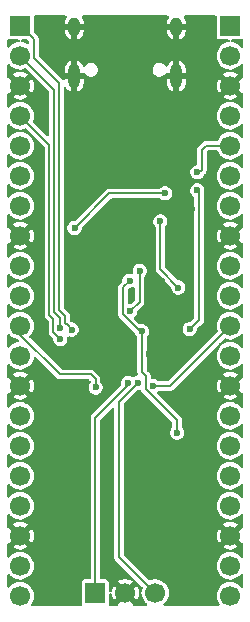
<source format=gbr>
%TF.GenerationSoftware,KiCad,Pcbnew,9.0.6*%
%TF.CreationDate,2026-01-31T02:41:39+05:30*%
%TF.ProjectId,BYH_devboard,4259485f-6465-4766-926f-6172642e6b69,rev?*%
%TF.SameCoordinates,Original*%
%TF.FileFunction,Copper,L2,Bot*%
%TF.FilePolarity,Positive*%
%FSLAX46Y46*%
G04 Gerber Fmt 4.6, Leading zero omitted, Abs format (unit mm)*
G04 Created by KiCad (PCBNEW 9.0.6) date 2026-01-31 02:41:39*
%MOMM*%
%LPD*%
G01*
G04 APERTURE LIST*
%TA.AperFunction,ComponentPad*%
%ADD10R,1.700000X1.700000*%
%TD*%
%TA.AperFunction,ComponentPad*%
%ADD11C,1.700000*%
%TD*%
%TA.AperFunction,HeatsinkPad*%
%ADD12O,1.000000X2.100000*%
%TD*%
%TA.AperFunction,HeatsinkPad*%
%ADD13O,1.000000X1.600000*%
%TD*%
%TA.AperFunction,ViaPad*%
%ADD14C,0.600000*%
%TD*%
%TA.AperFunction,Conductor*%
%ADD15C,0.200000*%
%TD*%
G04 APERTURE END LIST*
D10*
%TO.P,J2,1,Pin_1*%
%TO.N,/0*%
X141110000Y-75870000D03*
D11*
%TO.P,J2,2,Pin_2*%
%TO.N,/1*%
X141110000Y-78410000D03*
%TO.P,J2,3,Pin_3*%
%TO.N,GND*%
X141110000Y-80950000D03*
%TO.P,J2,4,Pin_4*%
%TO.N,/2*%
X141110000Y-83490000D03*
%TO.P,J2,5,Pin_5*%
%TO.N,/3*%
X141110000Y-86030000D03*
%TO.P,J2,6,Pin_6*%
%TO.N,/4*%
X141110000Y-88570000D03*
%TO.P,J2,7,Pin_7*%
%TO.N,/5*%
X141110000Y-91110000D03*
%TO.P,J2,8,Pin_8*%
%TO.N,GND*%
X141110000Y-93650000D03*
%TO.P,J2,9,Pin_9*%
%TO.N,/6*%
X141110000Y-96190000D03*
%TO.P,J2,10,Pin_10*%
%TO.N,/7*%
X141110000Y-98730000D03*
%TO.P,J2,11,Pin_11*%
%TO.N,/8*%
X141110000Y-101270000D03*
%TO.P,J2,12,Pin_12*%
%TO.N,/9*%
X141110000Y-103810000D03*
%TO.P,J2,13,Pin_13*%
%TO.N,GND*%
X141110000Y-106350000D03*
%TO.P,J2,14,Pin_14*%
%TO.N,/10*%
X141110000Y-108890000D03*
%TO.P,J2,15,Pin_15*%
%TO.N,/11*%
X141110000Y-111430000D03*
%TO.P,J2,16,Pin_16*%
%TO.N,/12*%
X141110000Y-113970000D03*
%TO.P,J2,17,Pin_17*%
%TO.N,/13*%
X141110000Y-116510000D03*
%TO.P,J2,18,Pin_18*%
%TO.N,GND*%
X141110000Y-119050000D03*
%TO.P,J2,19,Pin_19*%
%TO.N,/14*%
X141110000Y-121590000D03*
%TO.P,J2,20,Pin_20*%
%TO.N,/15*%
X141110000Y-124130000D03*
%TD*%
D10*
%TO.P,J3,1,Pin_1*%
%TO.N,VBUS*%
X158890000Y-75870000D03*
D11*
%TO.P,J3,2,Pin_2*%
%TO.N,/29*%
X158890000Y-78410000D03*
%TO.P,J3,3,Pin_3*%
%TO.N,GND*%
X158890000Y-80950000D03*
%TO.P,J3,4,Pin_4*%
%TO.N,/28*%
X158890000Y-83490000D03*
%TO.P,J3,5,Pin_5*%
%TO.N,+3V3*%
X158890000Y-86030000D03*
%TO.P,J3,6,Pin_6*%
%TO.N,/27*%
X158890000Y-88570000D03*
%TO.P,J3,7,Pin_7*%
%TO.N,/26*%
X158890000Y-91110000D03*
%TO.P,J3,8,Pin_8*%
%TO.N,GND*%
X158890000Y-93650000D03*
%TO.P,J3,9,Pin_9*%
%TO.N,/24*%
X158890000Y-96190000D03*
%TO.P,J3,10,Pin_10*%
%TO.N,/23*%
X158890000Y-98730000D03*
%TO.P,J3,11,Pin_11*%
%TO.N,/RUN*%
X158890000Y-101270000D03*
%TO.P,J3,12,Pin_12*%
%TO.N,/22*%
X158890000Y-103810000D03*
%TO.P,J3,13,Pin_13*%
%TO.N,GND*%
X158890000Y-106350000D03*
%TO.P,J3,14,Pin_14*%
%TO.N,/21*%
X158890000Y-108890000D03*
%TO.P,J3,15,Pin_15*%
%TO.N,/20*%
X158890000Y-111430000D03*
%TO.P,J3,16,Pin_16*%
%TO.N,/19*%
X158890000Y-113970000D03*
%TO.P,J3,17,Pin_17*%
%TO.N,/18*%
X158890000Y-116510000D03*
%TO.P,J3,18,Pin_18*%
%TO.N,GND*%
X158890000Y-119050000D03*
%TO.P,J3,19,Pin_19*%
%TO.N,/17*%
X158890000Y-121590000D03*
%TO.P,J3,20,Pin_20*%
%TO.N,/16*%
X158890000Y-124130000D03*
%TD*%
D10*
%TO.P,J4,1,Pin_1*%
%TO.N,/SWCLK*%
X147460000Y-123890000D03*
D11*
%TO.P,J4,2,Pin_2*%
%TO.N,GND*%
X150000001Y-123890000D03*
%TO.P,J4,3,Pin_3*%
%TO.N,/SWD*%
X152540002Y-123889999D03*
%TD*%
D12*
%TO.P,J1,S1,SHIELD*%
%TO.N,GND*%
X154320002Y-80130001D03*
D13*
X154320000Y-75950000D03*
D12*
X145680002Y-80130001D03*
D13*
X145680000Y-75950000D03*
%TD*%
D14*
%TO.N,GND*%
X154950000Y-112190000D03*
X157210000Y-106710000D03*
%TO.N,+1V1*%
X154393957Y-110318738D03*
%TO.N,/RUN*%
X152340000Y-106370000D03*
%TO.N,GND*%
X155610000Y-91390000D03*
X156470000Y-105280000D03*
%TO.N,+1V1*%
X150362785Y-97470000D03*
%TO.N,GND*%
X148240000Y-117240000D03*
X145610000Y-116160000D03*
X148630000Y-109350000D03*
X147230000Y-86370000D03*
X148320000Y-85350000D03*
X152060000Y-104970000D03*
X152040000Y-103650000D03*
X152080000Y-102630000D03*
X150230000Y-102070000D03*
X148060000Y-102430000D03*
X148050000Y-104540000D03*
X150000000Y-104000000D03*
X150000000Y-104000000D03*
X143410000Y-105490000D03*
%TO.N,+1V1*%
X151410000Y-101750000D03*
%TO.N,GND*%
X155510000Y-99760000D03*
X149670000Y-95560000D03*
X151100000Y-93730000D03*
X153105735Y-97494265D03*
X154210000Y-82630000D03*
X145420000Y-99420000D03*
%TO.N,+3V3*%
X150400000Y-100048527D03*
X154500000Y-98040000D03*
X156110000Y-88270000D03*
X152970000Y-92430000D03*
X151225735Y-96625735D03*
%TO.N,GND*%
X147254329Y-94623725D03*
X145460000Y-96812472D03*
%TO.N,/0*%
X145463897Y-101596103D03*
%TO.N,/8*%
X147497838Y-106498624D03*
%TO.N,/2*%
X144500000Y-102400000D03*
%TO.N,/1*%
X144510000Y-101490735D03*
%TO.N,/29*%
X155460000Y-101560000D03*
X156089265Y-89809265D03*
%TO.N,/SWD*%
X151097058Y-106099999D03*
%TO.N,/SWCLK*%
X150248529Y-106100000D03*
%TO.N,/SS*%
X153355984Y-90064018D03*
X145710000Y-93000000D03*
%TO.N,GND*%
X148761865Y-106511476D03*
%TD*%
D15*
%TO.N,GND*%
X157210000Y-109930000D02*
X154950000Y-112190000D01*
X157210000Y-106710000D02*
X157210000Y-109930000D01*
%TO.N,+1V1*%
X154393957Y-110318738D02*
X154393957Y-109273900D01*
X154393957Y-109273900D02*
X151739000Y-106618943D01*
X151739000Y-106618943D02*
X151739000Y-105498943D01*
X151739000Y-105498943D02*
X151410000Y-105169943D01*
X151410000Y-105169943D02*
X151410000Y-101750000D01*
%TO.N,/SWD*%
X151097058Y-106099999D02*
X149480000Y-107717057D01*
X149480000Y-120829997D02*
X152540002Y-123889999D01*
X149480000Y-107717057D02*
X149480000Y-120829997D01*
%TO.N,/SWCLK*%
X147460000Y-109090000D02*
X147460000Y-123890000D01*
X150248529Y-106100000D02*
X150248529Y-106301471D01*
X150248529Y-106301471D02*
X147460000Y-109090000D01*
%TO.N,/29*%
X156089265Y-89809265D02*
X156260000Y-89980000D01*
X156260000Y-89980000D02*
X156260000Y-100760000D01*
X156260000Y-100760000D02*
X155460000Y-101560000D01*
%TO.N,+3V3*%
X156278000Y-88270000D02*
X156489000Y-88059000D01*
X156110000Y-88270000D02*
X156278000Y-88270000D01*
X156489000Y-88059000D02*
X156489000Y-86381057D01*
X156489000Y-86381057D02*
X156840057Y-86030000D01*
X156840057Y-86030000D02*
X158890000Y-86030000D01*
%TO.N,+1V1*%
X151251530Y-101750000D02*
X151410000Y-101750000D01*
X150362785Y-97470000D02*
X149799000Y-98033785D01*
X149799000Y-98033785D02*
X149799000Y-100297470D01*
X149799000Y-100297470D02*
X151251530Y-101750000D01*
%TO.N,GND*%
X148630000Y-116850000D02*
X148240000Y-117240000D01*
X148630000Y-109350000D02*
X148630000Y-116850000D01*
%TO.N,+3V3*%
X152970000Y-92650000D02*
X152970000Y-92430000D01*
X151225735Y-96625735D02*
X151225735Y-99222793D01*
X154500000Y-98040000D02*
X152970000Y-96510000D01*
X152970000Y-96510000D02*
X152970000Y-92650000D01*
X151225735Y-99222793D02*
X150400000Y-100048527D01*
%TO.N,/0*%
X144380000Y-80710000D02*
X142261000Y-78591000D01*
X144911000Y-100453957D02*
X144380000Y-99922957D01*
X145463897Y-101596103D02*
X145111000Y-101243206D01*
X144380000Y-99922957D02*
X144380000Y-80710000D01*
X145111000Y-101241792D02*
X144911000Y-101041792D01*
X142261000Y-77021000D02*
X141110000Y-75870000D01*
X144911000Y-101041792D02*
X144911000Y-100453957D01*
X145111000Y-101243206D02*
X145111000Y-101241792D01*
X142261000Y-78591000D02*
X142261000Y-77021000D01*
%TO.N,/8*%
X147100000Y-105400000D02*
X144480000Y-105400000D01*
X147497838Y-106498624D02*
X147497838Y-105797838D01*
X141110000Y-102030000D02*
X141110000Y-101270000D01*
X144480000Y-105400000D02*
X141110000Y-102030000D01*
X147497838Y-105797838D02*
X147100000Y-105400000D01*
%TO.N,/2*%
X143909000Y-101241792D02*
X143910000Y-101240792D01*
X143910000Y-100664770D02*
X143578000Y-100332770D01*
X143910000Y-101810000D02*
X143910000Y-101740678D01*
X143909000Y-101739678D02*
X143909000Y-101241792D01*
X143910000Y-101740678D02*
X143909000Y-101739678D01*
X143578000Y-100332770D02*
X143578000Y-85958000D01*
X143910000Y-101240792D02*
X143910000Y-100664770D01*
X143578000Y-85958000D02*
X141110000Y-83490000D01*
X144500000Y-102400000D02*
X143910000Y-101810000D01*
%TO.N,/1*%
X143979000Y-81279000D02*
X141110000Y-78410000D01*
X144510000Y-100620057D02*
X143979000Y-100089057D01*
X143979000Y-100089057D02*
X143979000Y-81279000D01*
X144510000Y-101490735D02*
X144510000Y-100620057D01*
%TO.N,/SS*%
X148645982Y-90064018D02*
X145710000Y-93000000D01*
X153355984Y-90064018D02*
X148645982Y-90064018D01*
%TO.N,/RUN*%
X158890000Y-101270000D02*
X153790000Y-106370000D01*
X153790000Y-106370000D02*
X152340000Y-106370000D01*
%TD*%
%TA.AperFunction,Conductor*%
%TO.N,GND*%
G36*
X144986881Y-75020185D02*
G01*
X145032636Y-75072989D01*
X145042580Y-75142147D01*
X145022944Y-75193391D01*
X144971052Y-75271051D01*
X144971047Y-75271060D01*
X144910743Y-75416648D01*
X144910741Y-75416656D01*
X144880000Y-75571202D01*
X144880000Y-75700000D01*
X145380000Y-75700000D01*
X145380000Y-76200000D01*
X144880000Y-76200000D01*
X144880000Y-76328797D01*
X144910741Y-76483343D01*
X144910743Y-76483351D01*
X144971047Y-76628939D01*
X144971052Y-76628948D01*
X145058598Y-76759969D01*
X145058601Y-76759973D01*
X145170026Y-76871398D01*
X145170034Y-76871404D01*
X145301047Y-76958944D01*
X145301065Y-76958954D01*
X145429999Y-77012360D01*
X145430000Y-77012360D01*
X145430000Y-76416988D01*
X145439940Y-76434205D01*
X145495795Y-76490060D01*
X145564204Y-76529556D01*
X145640504Y-76550000D01*
X145719496Y-76550000D01*
X145795796Y-76529556D01*
X145864205Y-76490060D01*
X145920060Y-76434205D01*
X145930000Y-76416988D01*
X145930000Y-77012360D01*
X146058934Y-76958954D01*
X146058952Y-76958944D01*
X146189965Y-76871404D01*
X146189973Y-76871398D01*
X146301398Y-76759973D01*
X146301401Y-76759969D01*
X146388947Y-76628948D01*
X146388952Y-76628939D01*
X146449256Y-76483351D01*
X146449258Y-76483343D01*
X146479999Y-76328797D01*
X146480000Y-76328794D01*
X146480000Y-76200000D01*
X145980000Y-76200000D01*
X145980000Y-75700000D01*
X146480000Y-75700000D01*
X146480000Y-75571206D01*
X146479999Y-75571202D01*
X146449258Y-75416656D01*
X146449256Y-75416648D01*
X146388952Y-75271060D01*
X146388947Y-75271051D01*
X146337056Y-75193391D01*
X146316178Y-75126714D01*
X146334662Y-75059333D01*
X146386641Y-75012643D01*
X146440158Y-75000500D01*
X153559842Y-75000500D01*
X153626881Y-75020185D01*
X153672636Y-75072989D01*
X153682580Y-75142147D01*
X153662944Y-75193391D01*
X153611052Y-75271051D01*
X153611047Y-75271060D01*
X153550743Y-75416648D01*
X153550741Y-75416656D01*
X153520000Y-75571202D01*
X153520000Y-75700000D01*
X154020000Y-75700000D01*
X154020000Y-76200000D01*
X153520000Y-76200000D01*
X153520000Y-76328797D01*
X153550741Y-76483343D01*
X153550743Y-76483351D01*
X153611047Y-76628939D01*
X153611052Y-76628948D01*
X153698598Y-76759969D01*
X153698601Y-76759973D01*
X153810026Y-76871398D01*
X153810034Y-76871404D01*
X153941047Y-76958944D01*
X153941065Y-76958954D01*
X154069999Y-77012360D01*
X154070000Y-77012360D01*
X154070000Y-76416988D01*
X154079940Y-76434205D01*
X154135795Y-76490060D01*
X154204204Y-76529556D01*
X154280504Y-76550000D01*
X154359496Y-76550000D01*
X154435796Y-76529556D01*
X154504205Y-76490060D01*
X154560060Y-76434205D01*
X154570000Y-76416988D01*
X154570000Y-77012360D01*
X154698934Y-76958954D01*
X154698952Y-76958944D01*
X154829965Y-76871404D01*
X154829973Y-76871398D01*
X154941398Y-76759973D01*
X154941401Y-76759969D01*
X155028947Y-76628948D01*
X155028952Y-76628939D01*
X155089256Y-76483351D01*
X155089258Y-76483343D01*
X155119999Y-76328797D01*
X155120000Y-76328794D01*
X155120000Y-76200000D01*
X154620000Y-76200000D01*
X154620000Y-75700000D01*
X155120000Y-75700000D01*
X155120000Y-75571206D01*
X155119999Y-75571202D01*
X155089258Y-75416656D01*
X155089256Y-75416648D01*
X155028952Y-75271060D01*
X155028947Y-75271051D01*
X154977056Y-75193391D01*
X154956178Y-75126714D01*
X154974662Y-75059333D01*
X155026641Y-75012643D01*
X155080158Y-75000500D01*
X157615500Y-75000500D01*
X157682539Y-75020185D01*
X157728294Y-75072989D01*
X157739500Y-75124500D01*
X157739500Y-76764856D01*
X157739502Y-76764882D01*
X157742413Y-76789987D01*
X157742415Y-76789991D01*
X157787793Y-76892764D01*
X157787794Y-76892765D01*
X157867235Y-76972206D01*
X157970009Y-77017585D01*
X157995135Y-77020500D01*
X158732873Y-77020499D01*
X158799910Y-77040183D01*
X158845665Y-77092987D01*
X158855609Y-77162146D01*
X158826584Y-77225702D01*
X158767806Y-77263476D01*
X158752270Y-77266972D01*
X158620589Y-77287829D01*
X158448363Y-77343787D01*
X158448360Y-77343788D01*
X158287002Y-77426006D01*
X158140505Y-77532441D01*
X158140500Y-77532445D01*
X158012445Y-77660500D01*
X158012441Y-77660505D01*
X157906006Y-77807002D01*
X157823788Y-77968360D01*
X157823787Y-77968363D01*
X157767829Y-78140589D01*
X157739500Y-78319448D01*
X157739500Y-78500551D01*
X157767829Y-78679410D01*
X157823787Y-78851636D01*
X157823788Y-78851639D01*
X157906006Y-79012997D01*
X158012441Y-79159494D01*
X158012445Y-79159499D01*
X158140500Y-79287554D01*
X158140505Y-79287558D01*
X158212605Y-79339941D01*
X158287006Y-79393996D01*
X158392484Y-79447740D01*
X158448360Y-79476211D01*
X158448363Y-79476212D01*
X158525280Y-79501203D01*
X158620591Y-79532171D01*
X158740038Y-79551089D01*
X158782279Y-79557780D01*
X158845414Y-79587709D01*
X158882345Y-79647021D01*
X158881347Y-79716883D01*
X158842737Y-79775116D01*
X158782279Y-79802726D01*
X158620706Y-79828317D01*
X158448555Y-79884251D01*
X158448547Y-79884254D01*
X158287269Y-79966432D01*
X158271466Y-79977912D01*
X158271466Y-79977913D01*
X158760591Y-80467037D01*
X158697007Y-80484075D01*
X158582993Y-80549901D01*
X158489901Y-80642993D01*
X158424075Y-80757007D01*
X158407037Y-80820590D01*
X157917913Y-80331466D01*
X157917912Y-80331466D01*
X157906432Y-80347269D01*
X157824254Y-80508547D01*
X157824251Y-80508555D01*
X157768317Y-80680706D01*
X157740000Y-80859493D01*
X157740000Y-81040506D01*
X157768317Y-81219293D01*
X157824251Y-81391444D01*
X157824252Y-81391447D01*
X157906431Y-81552730D01*
X157917913Y-81568532D01*
X157917913Y-81568533D01*
X158407037Y-81079409D01*
X158424075Y-81142993D01*
X158489901Y-81257007D01*
X158582993Y-81350099D01*
X158697007Y-81415925D01*
X158760590Y-81432962D01*
X158271466Y-81922085D01*
X158271466Y-81922086D01*
X158287267Y-81933566D01*
X158287275Y-81933571D01*
X158448552Y-82015747D01*
X158448555Y-82015748D01*
X158620706Y-82071682D01*
X158782279Y-82097273D01*
X158845413Y-82127202D01*
X158882345Y-82186513D01*
X158881347Y-82256376D01*
X158842738Y-82314609D01*
X158782280Y-82342219D01*
X158620589Y-82367829D01*
X158448363Y-82423787D01*
X158448360Y-82423788D01*
X158287002Y-82506006D01*
X158140505Y-82612441D01*
X158140500Y-82612445D01*
X158012445Y-82740500D01*
X158012441Y-82740505D01*
X157906006Y-82887002D01*
X157823788Y-83048360D01*
X157823787Y-83048363D01*
X157767829Y-83220589D01*
X157739500Y-83399448D01*
X157739500Y-83580551D01*
X157767829Y-83759410D01*
X157823787Y-83931636D01*
X157823788Y-83931639D01*
X157906006Y-84092997D01*
X158012441Y-84239494D01*
X158012445Y-84239499D01*
X158140500Y-84367554D01*
X158140505Y-84367558D01*
X158268287Y-84460396D01*
X158287006Y-84473996D01*
X158392484Y-84527740D01*
X158448360Y-84556211D01*
X158448363Y-84556212D01*
X158534476Y-84584191D01*
X158620591Y-84612171D01*
X158693639Y-84623740D01*
X158780678Y-84637527D01*
X158843813Y-84667456D01*
X158880744Y-84726768D01*
X158879746Y-84796631D01*
X158841136Y-84854863D01*
X158780678Y-84882473D01*
X158620589Y-84907829D01*
X158448363Y-84963787D01*
X158448360Y-84963788D01*
X158287002Y-85046006D01*
X158140505Y-85152441D01*
X158140500Y-85152445D01*
X158012445Y-85280500D01*
X158012441Y-85280505D01*
X157906006Y-85427002D01*
X157837325Y-85561795D01*
X157789350Y-85612591D01*
X157726840Y-85629500D01*
X156900396Y-85629500D01*
X156900380Y-85629499D01*
X156892784Y-85629499D01*
X156787330Y-85629499D01*
X156719423Y-85647695D01*
X156685469Y-85656793D01*
X156632742Y-85687235D01*
X156594144Y-85709520D01*
X156526646Y-85777018D01*
X156526645Y-85777017D01*
X156526643Y-85777020D01*
X156168522Y-86135141D01*
X156168518Y-86135147D01*
X156115792Y-86226469D01*
X156115793Y-86226470D01*
X156088500Y-86328330D01*
X156088500Y-87558929D01*
X156068815Y-87625968D01*
X156016011Y-87671723D01*
X155996596Y-87678703D01*
X155961006Y-87688239D01*
X155878214Y-87710423D01*
X155878209Y-87710426D01*
X155741290Y-87789475D01*
X155741282Y-87789481D01*
X155629481Y-87901282D01*
X155629475Y-87901290D01*
X155550426Y-88038209D01*
X155550423Y-88038216D01*
X155509500Y-88190943D01*
X155509500Y-88349057D01*
X155529572Y-88423964D01*
X155550423Y-88501783D01*
X155550426Y-88501790D01*
X155629475Y-88638709D01*
X155629479Y-88638714D01*
X155629480Y-88638716D01*
X155741284Y-88750520D01*
X155741286Y-88750521D01*
X155741290Y-88750524D01*
X155878209Y-88829573D01*
X155878216Y-88829577D01*
X156030943Y-88870500D01*
X156030945Y-88870500D01*
X156189055Y-88870500D01*
X156189057Y-88870500D01*
X156341784Y-88829577D01*
X156478716Y-88750520D01*
X156590520Y-88638716D01*
X156669577Y-88501784D01*
X156681828Y-88456057D01*
X156713923Y-88400469D01*
X156809477Y-88304916D01*
X156809477Y-88304915D01*
X156809480Y-88304913D01*
X156862207Y-88213588D01*
X156889500Y-88111727D01*
X156889500Y-88006273D01*
X156889500Y-86598311D01*
X156898144Y-86568870D01*
X156904668Y-86538884D01*
X156908422Y-86533868D01*
X156909185Y-86531272D01*
X156925819Y-86510630D01*
X156969630Y-86466819D01*
X157030953Y-86433334D01*
X157057311Y-86430500D01*
X157726840Y-86430500D01*
X157793879Y-86450185D01*
X157837325Y-86498205D01*
X157906006Y-86632997D01*
X158012441Y-86779494D01*
X158012445Y-86779499D01*
X158140500Y-86907554D01*
X158140505Y-86907558D01*
X158268287Y-87000396D01*
X158287006Y-87013996D01*
X158392484Y-87067740D01*
X158448360Y-87096211D01*
X158448363Y-87096212D01*
X158534476Y-87124191D01*
X158620591Y-87152171D01*
X158693639Y-87163740D01*
X158780678Y-87177527D01*
X158843813Y-87207456D01*
X158880744Y-87266768D01*
X158879746Y-87336631D01*
X158841136Y-87394863D01*
X158780678Y-87422473D01*
X158620589Y-87447829D01*
X158448363Y-87503787D01*
X158448360Y-87503788D01*
X158287002Y-87586006D01*
X158140505Y-87692441D01*
X158140500Y-87692445D01*
X158012445Y-87820500D01*
X158012441Y-87820505D01*
X157906006Y-87967002D01*
X157823788Y-88128360D01*
X157823787Y-88128363D01*
X157767829Y-88300589D01*
X157739500Y-88479448D01*
X157739500Y-88660551D01*
X157767829Y-88839410D01*
X157823787Y-89011636D01*
X157823788Y-89011639D01*
X157906006Y-89172997D01*
X158012441Y-89319494D01*
X158012445Y-89319499D01*
X158140500Y-89447554D01*
X158140505Y-89447558D01*
X158218799Y-89504441D01*
X158287006Y-89553996D01*
X158344907Y-89583498D01*
X158448360Y-89636211D01*
X158448363Y-89636212D01*
X158523682Y-89660684D01*
X158620591Y-89692171D01*
X158693639Y-89703740D01*
X158780678Y-89717527D01*
X158843813Y-89747456D01*
X158880744Y-89806768D01*
X158879746Y-89876631D01*
X158841136Y-89934863D01*
X158780678Y-89962473D01*
X158620589Y-89987829D01*
X158448363Y-90043787D01*
X158448360Y-90043788D01*
X158287002Y-90126006D01*
X158140505Y-90232441D01*
X158140500Y-90232445D01*
X158012445Y-90360500D01*
X158012441Y-90360505D01*
X157906006Y-90507002D01*
X157823788Y-90668360D01*
X157823787Y-90668363D01*
X157767829Y-90840589D01*
X157739500Y-91019448D01*
X157739500Y-91200551D01*
X157767829Y-91379410D01*
X157823787Y-91551636D01*
X157823788Y-91551639D01*
X157906006Y-91712997D01*
X158012441Y-91859494D01*
X158012445Y-91859499D01*
X158140500Y-91987554D01*
X158140505Y-91987558D01*
X158241990Y-92061290D01*
X158287006Y-92093996D01*
X158392484Y-92147740D01*
X158448360Y-92176211D01*
X158448363Y-92176212D01*
X158534476Y-92204191D01*
X158620591Y-92232171D01*
X158740038Y-92251089D01*
X158782279Y-92257780D01*
X158845414Y-92287709D01*
X158882345Y-92347021D01*
X158881347Y-92416883D01*
X158842737Y-92475116D01*
X158782279Y-92502726D01*
X158620706Y-92528317D01*
X158448555Y-92584251D01*
X158448547Y-92584254D01*
X158287269Y-92666432D01*
X158271466Y-92677912D01*
X158271466Y-92677913D01*
X158760591Y-93167037D01*
X158697007Y-93184075D01*
X158582993Y-93249901D01*
X158489901Y-93342993D01*
X158424075Y-93457007D01*
X158407037Y-93520590D01*
X157917913Y-93031466D01*
X157917912Y-93031466D01*
X157906432Y-93047269D01*
X157824254Y-93208547D01*
X157824251Y-93208555D01*
X157768317Y-93380706D01*
X157740000Y-93559493D01*
X157740000Y-93740506D01*
X157768317Y-93919293D01*
X157824251Y-94091444D01*
X157824252Y-94091447D01*
X157906431Y-94252730D01*
X157917913Y-94268532D01*
X157917913Y-94268533D01*
X158407037Y-93779409D01*
X158424075Y-93842993D01*
X158489901Y-93957007D01*
X158582993Y-94050099D01*
X158697007Y-94115925D01*
X158760590Y-94132962D01*
X158271466Y-94622085D01*
X158271466Y-94622086D01*
X158287267Y-94633566D01*
X158287275Y-94633571D01*
X158448552Y-94715747D01*
X158448555Y-94715748D01*
X158620706Y-94771682D01*
X158782279Y-94797273D01*
X158845413Y-94827202D01*
X158882345Y-94886513D01*
X158881347Y-94956376D01*
X158842738Y-95014609D01*
X158782280Y-95042219D01*
X158620589Y-95067829D01*
X158448363Y-95123787D01*
X158448360Y-95123788D01*
X158287002Y-95206006D01*
X158140505Y-95312441D01*
X158140500Y-95312445D01*
X158012445Y-95440500D01*
X158012441Y-95440505D01*
X157906006Y-95587002D01*
X157823788Y-95748360D01*
X157823787Y-95748363D01*
X157767829Y-95920589D01*
X157739500Y-96099448D01*
X157739500Y-96280551D01*
X157767829Y-96459410D01*
X157823787Y-96631636D01*
X157823788Y-96631639D01*
X157906006Y-96792997D01*
X158012441Y-96939494D01*
X158012445Y-96939499D01*
X158140500Y-97067554D01*
X158140505Y-97067558D01*
X158186934Y-97101290D01*
X158287006Y-97173996D01*
X158392484Y-97227740D01*
X158448360Y-97256211D01*
X158448363Y-97256212D01*
X158534476Y-97284191D01*
X158620591Y-97312171D01*
X158693639Y-97323740D01*
X158780678Y-97337527D01*
X158843813Y-97367456D01*
X158880744Y-97426768D01*
X158879746Y-97496631D01*
X158841136Y-97554863D01*
X158780678Y-97582473D01*
X158620589Y-97607829D01*
X158448363Y-97663787D01*
X158448360Y-97663788D01*
X158287002Y-97746006D01*
X158140505Y-97852441D01*
X158140500Y-97852445D01*
X158012445Y-97980500D01*
X158012441Y-97980505D01*
X157906006Y-98127002D01*
X157823788Y-98288360D01*
X157823787Y-98288363D01*
X157767829Y-98460589D01*
X157739500Y-98639448D01*
X157739500Y-98820551D01*
X157767829Y-98999410D01*
X157823787Y-99171636D01*
X157823788Y-99171639D01*
X157906006Y-99332997D01*
X158012441Y-99479494D01*
X158012445Y-99479499D01*
X158140500Y-99607554D01*
X158140505Y-99607558D01*
X158268287Y-99700396D01*
X158287006Y-99713996D01*
X158392484Y-99767740D01*
X158448360Y-99796211D01*
X158448363Y-99796212D01*
X158534476Y-99824191D01*
X158620591Y-99852171D01*
X158693639Y-99863740D01*
X158780678Y-99877527D01*
X158843813Y-99907456D01*
X158880744Y-99966768D01*
X158879746Y-100036631D01*
X158841136Y-100094863D01*
X158780678Y-100122473D01*
X158620589Y-100147829D01*
X158448363Y-100203787D01*
X158448360Y-100203788D01*
X158287002Y-100286006D01*
X158140505Y-100392441D01*
X158140500Y-100392445D01*
X158012445Y-100520500D01*
X158012441Y-100520505D01*
X157906006Y-100667002D01*
X157823788Y-100828360D01*
X157823787Y-100828363D01*
X157767829Y-101000589D01*
X157739500Y-101179448D01*
X157739500Y-101360551D01*
X157767829Y-101539410D01*
X157814575Y-101683281D01*
X157816570Y-101753122D01*
X157784325Y-101809280D01*
X153660426Y-105933181D01*
X153599103Y-105966666D01*
X153572745Y-105969500D01*
X152840098Y-105969500D01*
X152773059Y-105949815D01*
X152752417Y-105933181D01*
X152708717Y-105889481D01*
X152708709Y-105889475D01*
X152571790Y-105810426D01*
X152571786Y-105810424D01*
X152571784Y-105810423D01*
X152419057Y-105769500D01*
X152263500Y-105769500D01*
X152196461Y-105749815D01*
X152150706Y-105697011D01*
X152139500Y-105645500D01*
X152139500Y-105446218D01*
X152139500Y-105446216D01*
X152112207Y-105344356D01*
X152112207Y-105344355D01*
X152059480Y-105253030D01*
X151846819Y-105040369D01*
X151813334Y-104979046D01*
X151810500Y-104952688D01*
X151810500Y-102250098D01*
X151830185Y-102183059D01*
X151846819Y-102162417D01*
X151861683Y-102147553D01*
X151890520Y-102118716D01*
X151969577Y-101981784D01*
X152010500Y-101829057D01*
X152010500Y-101670943D01*
X151969577Y-101518216D01*
X151969576Y-101518214D01*
X151969575Y-101518211D01*
X151948058Y-101480943D01*
X154859500Y-101480943D01*
X154859500Y-101639057D01*
X154889276Y-101750180D01*
X154900423Y-101791783D01*
X154900426Y-101791790D01*
X154979475Y-101928709D01*
X154979479Y-101928714D01*
X154979480Y-101928716D01*
X155091284Y-102040520D01*
X155091286Y-102040521D01*
X155091290Y-102040524D01*
X155226725Y-102118716D01*
X155228216Y-102119577D01*
X155380943Y-102160500D01*
X155380945Y-102160500D01*
X155539055Y-102160500D01*
X155539057Y-102160500D01*
X155691784Y-102119577D01*
X155828716Y-102040520D01*
X155940520Y-101928716D01*
X156019577Y-101791784D01*
X156060500Y-101639057D01*
X156060500Y-101577255D01*
X156080185Y-101510216D01*
X156096819Y-101489574D01*
X156316918Y-101269475D01*
X156580480Y-101005913D01*
X156633207Y-100914588D01*
X156660500Y-100812727D01*
X156660500Y-100707273D01*
X156660500Y-90032730D01*
X156660501Y-90032727D01*
X156660501Y-90013853D01*
X156664726Y-89981768D01*
X156669896Y-89962473D01*
X156689765Y-89888322D01*
X156689765Y-89730208D01*
X156648842Y-89577481D01*
X156635281Y-89553993D01*
X156569789Y-89440555D01*
X156569783Y-89440547D01*
X156457982Y-89328746D01*
X156457974Y-89328740D01*
X156321055Y-89249691D01*
X156321051Y-89249689D01*
X156321049Y-89249688D01*
X156168322Y-89208765D01*
X156010208Y-89208765D01*
X155857481Y-89249688D01*
X155857474Y-89249691D01*
X155720555Y-89328740D01*
X155720547Y-89328746D01*
X155608746Y-89440547D01*
X155608740Y-89440555D01*
X155529691Y-89577474D01*
X155529688Y-89577481D01*
X155488765Y-89730208D01*
X155488765Y-89888322D01*
X155514660Y-89984961D01*
X155529688Y-90041048D01*
X155529691Y-90041055D01*
X155608740Y-90177974D01*
X155608744Y-90177979D01*
X155608745Y-90177981D01*
X155720549Y-90289785D01*
X155797500Y-90334212D01*
X155845715Y-90384778D01*
X155859500Y-90441599D01*
X155859500Y-100542745D01*
X155839815Y-100609784D01*
X155823181Y-100630426D01*
X155530426Y-100923181D01*
X155469103Y-100956666D01*
X155442745Y-100959500D01*
X155380943Y-100959500D01*
X155228216Y-101000423D01*
X155228209Y-101000426D01*
X155091290Y-101079475D01*
X155091282Y-101079481D01*
X154979481Y-101191282D01*
X154979475Y-101191290D01*
X154900426Y-101328209D01*
X154900423Y-101328216D01*
X154859500Y-101480943D01*
X151948058Y-101480943D01*
X151890524Y-101381290D01*
X151890518Y-101381282D01*
X151778717Y-101269481D01*
X151778709Y-101269475D01*
X151641790Y-101190426D01*
X151641786Y-101190424D01*
X151641784Y-101190423D01*
X151489057Y-101149500D01*
X151330943Y-101149500D01*
X151330941Y-101149500D01*
X151316772Y-101153297D01*
X151310561Y-101154960D01*
X151240712Y-101153297D01*
X151190789Y-101122867D01*
X150770523Y-100702601D01*
X150737038Y-100641278D01*
X150742022Y-100571586D01*
X150770519Y-100527243D01*
X150880520Y-100417243D01*
X150959577Y-100280311D01*
X151000500Y-100127584D01*
X151000500Y-100065781D01*
X151020185Y-99998742D01*
X151036819Y-99978100D01*
X151137393Y-99877527D01*
X151546215Y-99468706D01*
X151598942Y-99377381D01*
X151626235Y-99275520D01*
X151626235Y-99170066D01*
X151626235Y-97125833D01*
X151645920Y-97058794D01*
X151662554Y-97038152D01*
X151706255Y-96994451D01*
X151785312Y-96857519D01*
X151826235Y-96704792D01*
X151826235Y-96546678D01*
X151785312Y-96393951D01*
X151742099Y-96319103D01*
X151706259Y-96257025D01*
X151706253Y-96257017D01*
X151594452Y-96145216D01*
X151594444Y-96145210D01*
X151457525Y-96066161D01*
X151457521Y-96066159D01*
X151457519Y-96066158D01*
X151304792Y-96025235D01*
X151146678Y-96025235D01*
X150993951Y-96066158D01*
X150993944Y-96066161D01*
X150857025Y-96145210D01*
X150857017Y-96145216D01*
X150745216Y-96257017D01*
X150745210Y-96257025D01*
X150666161Y-96393944D01*
X150666158Y-96393951D01*
X150625235Y-96546678D01*
X150625235Y-96704793D01*
X150631380Y-96727727D01*
X150629716Y-96797577D01*
X150590553Y-96855439D01*
X150526324Y-96882942D01*
X150479513Y-96879594D01*
X150441842Y-96869500D01*
X150283728Y-96869500D01*
X150131001Y-96910423D01*
X150130994Y-96910426D01*
X149994075Y-96989475D01*
X149994067Y-96989481D01*
X149882266Y-97101282D01*
X149882260Y-97101290D01*
X149803211Y-97238209D01*
X149803208Y-97238216D01*
X149762285Y-97390943D01*
X149762285Y-97452745D01*
X149742600Y-97519784D01*
X149725966Y-97540426D01*
X149478522Y-97787869D01*
X149478520Y-97787872D01*
X149425794Y-97879195D01*
X149404072Y-97960259D01*
X149404072Y-97960263D01*
X149398500Y-97981058D01*
X149398500Y-97981060D01*
X149398500Y-100350196D01*
X149425793Y-100452059D01*
X149445504Y-100486199D01*
X149478520Y-100543383D01*
X149478521Y-100543384D01*
X149478522Y-100543385D01*
X150802587Y-101867449D01*
X150834680Y-101923035D01*
X150850421Y-101981779D01*
X150850426Y-101981790D01*
X150929475Y-102118709D01*
X150929481Y-102118717D01*
X150973181Y-102162417D01*
X151006666Y-102223740D01*
X151009500Y-102250098D01*
X151009500Y-105117216D01*
X151009500Y-105222670D01*
X151036793Y-105324531D01*
X151040958Y-105331745D01*
X151057432Y-105399644D01*
X151034581Y-105465672D01*
X150979661Y-105508864D01*
X150965666Y-105513522D01*
X150865273Y-105540422D01*
X150734791Y-105615755D01*
X150666891Y-105632226D01*
X150610793Y-105615755D01*
X150480313Y-105540423D01*
X150480309Y-105540422D01*
X150327586Y-105499500D01*
X150169472Y-105499500D01*
X150016745Y-105540423D01*
X150016738Y-105540426D01*
X149879819Y-105619475D01*
X149879811Y-105619481D01*
X149768010Y-105731282D01*
X149768004Y-105731290D01*
X149688955Y-105868209D01*
X149688952Y-105868216D01*
X149648029Y-106020943D01*
X149648029Y-106179058D01*
X149662576Y-106233350D01*
X149660913Y-106303200D01*
X149630482Y-106353123D01*
X147139522Y-108844084D01*
X147139518Y-108844090D01*
X147086792Y-108935412D01*
X147086793Y-108935413D01*
X147059500Y-109037273D01*
X147059500Y-122615500D01*
X147039815Y-122682539D01*
X146987011Y-122728294D01*
X146935500Y-122739500D01*
X146565143Y-122739500D01*
X146565117Y-122739502D01*
X146540012Y-122742413D01*
X146540008Y-122742415D01*
X146437235Y-122787793D01*
X146357794Y-122867234D01*
X146312415Y-122970006D01*
X146312415Y-122970008D01*
X146309500Y-122995131D01*
X146309500Y-124784856D01*
X146309502Y-124784882D01*
X146312413Y-124809986D01*
X146312414Y-124809990D01*
X146312415Y-124809991D01*
X146319225Y-124825414D01*
X146328297Y-124894690D01*
X146298475Y-124957876D01*
X146239226Y-124994907D01*
X146205791Y-124999500D01*
X142143733Y-124999500D01*
X142076694Y-124979815D01*
X142030939Y-124927011D01*
X142020995Y-124857853D01*
X142043414Y-124802615D01*
X142068888Y-124767552D01*
X142093996Y-124732994D01*
X142176211Y-124571639D01*
X142232171Y-124399409D01*
X142249484Y-124290099D01*
X142260500Y-124220551D01*
X142260500Y-124039448D01*
X142241768Y-123921183D01*
X142232171Y-123860591D01*
X142191716Y-123736080D01*
X142176212Y-123688363D01*
X142176211Y-123688360D01*
X142122523Y-123582993D01*
X142093996Y-123527006D01*
X142057458Y-123476715D01*
X141987558Y-123380505D01*
X141987554Y-123380500D01*
X141859499Y-123252445D01*
X141859494Y-123252441D01*
X141712997Y-123146006D01*
X141712996Y-123146005D01*
X141712994Y-123146004D01*
X141661300Y-123119664D01*
X141551639Y-123063788D01*
X141551636Y-123063787D01*
X141379410Y-123007829D01*
X141219321Y-122982473D01*
X141156186Y-122952544D01*
X141119255Y-122893232D01*
X141120253Y-122823370D01*
X141158863Y-122765137D01*
X141219321Y-122737527D01*
X141289425Y-122726422D01*
X141379409Y-122712171D01*
X141551639Y-122656211D01*
X141712994Y-122573996D01*
X141859501Y-122467553D01*
X141987553Y-122339501D01*
X142093996Y-122192994D01*
X142176211Y-122031639D01*
X142232171Y-121859409D01*
X142246765Y-121767259D01*
X142260500Y-121680551D01*
X142260500Y-121499448D01*
X142244019Y-121395397D01*
X142232171Y-121320591D01*
X142176211Y-121148361D01*
X142176211Y-121148360D01*
X142139295Y-121075910D01*
X142093996Y-120987006D01*
X142031401Y-120900851D01*
X141987558Y-120840505D01*
X141987554Y-120840500D01*
X141859499Y-120712445D01*
X141859494Y-120712441D01*
X141712997Y-120606006D01*
X141712996Y-120606005D01*
X141712994Y-120606004D01*
X141661300Y-120579664D01*
X141551639Y-120523788D01*
X141551636Y-120523787D01*
X141379410Y-120467828D01*
X141217720Y-120442219D01*
X141154585Y-120412289D01*
X141117654Y-120352978D01*
X141118652Y-120283115D01*
X141157262Y-120224883D01*
X141217721Y-120197273D01*
X141379292Y-120171683D01*
X141551444Y-120115748D01*
X141551452Y-120115745D01*
X141712730Y-120033568D01*
X141728532Y-120022085D01*
X141728533Y-120022085D01*
X141239410Y-119532962D01*
X141302993Y-119515925D01*
X141417007Y-119450099D01*
X141510099Y-119357007D01*
X141575925Y-119242993D01*
X141592962Y-119179410D01*
X142082085Y-119668533D01*
X142082085Y-119668532D01*
X142093568Y-119652730D01*
X142175745Y-119491452D01*
X142175748Y-119491444D01*
X142231682Y-119319293D01*
X142260000Y-119140506D01*
X142260000Y-118959493D01*
X142231682Y-118780706D01*
X142175748Y-118608555D01*
X142175747Y-118608552D01*
X142093571Y-118447275D01*
X142093566Y-118447267D01*
X142082085Y-118431466D01*
X141592962Y-118920589D01*
X141575925Y-118857007D01*
X141510099Y-118742993D01*
X141417007Y-118649901D01*
X141302993Y-118584075D01*
X141239409Y-118567037D01*
X141728533Y-118077913D01*
X141712730Y-118066431D01*
X141551447Y-117984252D01*
X141551444Y-117984251D01*
X141379293Y-117928317D01*
X141217720Y-117902726D01*
X141154585Y-117872797D01*
X141117654Y-117813485D01*
X141118652Y-117743623D01*
X141157262Y-117685390D01*
X141217720Y-117657780D01*
X141232270Y-117655475D01*
X141379409Y-117632171D01*
X141551639Y-117576211D01*
X141712994Y-117493996D01*
X141859501Y-117387553D01*
X141987553Y-117259501D01*
X142093996Y-117112994D01*
X142176211Y-116951639D01*
X142232171Y-116779409D01*
X142246765Y-116687259D01*
X142260500Y-116600551D01*
X142260500Y-116419448D01*
X142244019Y-116315397D01*
X142232171Y-116240591D01*
X142176211Y-116068361D01*
X142176211Y-116068360D01*
X142147740Y-116012484D01*
X142093996Y-115907006D01*
X142031401Y-115820851D01*
X141987558Y-115760505D01*
X141987554Y-115760500D01*
X141859499Y-115632445D01*
X141859494Y-115632441D01*
X141712997Y-115526006D01*
X141712996Y-115526005D01*
X141712994Y-115526004D01*
X141661300Y-115499664D01*
X141551639Y-115443788D01*
X141551636Y-115443787D01*
X141379410Y-115387829D01*
X141219321Y-115362473D01*
X141156186Y-115332544D01*
X141119255Y-115273232D01*
X141120253Y-115203370D01*
X141158863Y-115145137D01*
X141219321Y-115117527D01*
X141289425Y-115106422D01*
X141379409Y-115092171D01*
X141551639Y-115036211D01*
X141712994Y-114953996D01*
X141859501Y-114847553D01*
X141987553Y-114719501D01*
X142093996Y-114572994D01*
X142176211Y-114411639D01*
X142232171Y-114239409D01*
X142246765Y-114147259D01*
X142260500Y-114060551D01*
X142260500Y-113879448D01*
X142244019Y-113775397D01*
X142232171Y-113700591D01*
X142176211Y-113528361D01*
X142176211Y-113528360D01*
X142147740Y-113472484D01*
X142093996Y-113367006D01*
X142031401Y-113280851D01*
X141987558Y-113220505D01*
X141987554Y-113220500D01*
X141859499Y-113092445D01*
X141859494Y-113092441D01*
X141712997Y-112986006D01*
X141712996Y-112986005D01*
X141712994Y-112986004D01*
X141661300Y-112959664D01*
X141551639Y-112903788D01*
X141551636Y-112903787D01*
X141379410Y-112847829D01*
X141219321Y-112822473D01*
X141156186Y-112792544D01*
X141119255Y-112733232D01*
X141120253Y-112663370D01*
X141158863Y-112605137D01*
X141219321Y-112577527D01*
X141289425Y-112566422D01*
X141379409Y-112552171D01*
X141551639Y-112496211D01*
X141712994Y-112413996D01*
X141859501Y-112307553D01*
X141987553Y-112179501D01*
X142093996Y-112032994D01*
X142176211Y-111871639D01*
X142232171Y-111699409D01*
X142246765Y-111607259D01*
X142260500Y-111520551D01*
X142260500Y-111339448D01*
X142244019Y-111235397D01*
X142232171Y-111160591D01*
X142176211Y-110988361D01*
X142176211Y-110988360D01*
X142120139Y-110878315D01*
X142093996Y-110827006D01*
X142031401Y-110740851D01*
X141987558Y-110680505D01*
X141987554Y-110680500D01*
X141859499Y-110552445D01*
X141859494Y-110552441D01*
X141712997Y-110446006D01*
X141712996Y-110446005D01*
X141712994Y-110446004D01*
X141661300Y-110419664D01*
X141551639Y-110363788D01*
X141551636Y-110363787D01*
X141379410Y-110307829D01*
X141219321Y-110282473D01*
X141156186Y-110252544D01*
X141119255Y-110193232D01*
X141120253Y-110123370D01*
X141158863Y-110065137D01*
X141219321Y-110037527D01*
X141289425Y-110026422D01*
X141379409Y-110012171D01*
X141551639Y-109956211D01*
X141712994Y-109873996D01*
X141859501Y-109767553D01*
X141987553Y-109639501D01*
X142093996Y-109492994D01*
X142176211Y-109331639D01*
X142232171Y-109159409D01*
X142246765Y-109067259D01*
X142260500Y-108980551D01*
X142260500Y-108799448D01*
X142244019Y-108695397D01*
X142232171Y-108620591D01*
X142176211Y-108448361D01*
X142176211Y-108448360D01*
X142119089Y-108336254D01*
X142093996Y-108287006D01*
X142080396Y-108268287D01*
X141987558Y-108140505D01*
X141987554Y-108140500D01*
X141859499Y-108012445D01*
X141859494Y-108012441D01*
X141712997Y-107906006D01*
X141712996Y-107906005D01*
X141712994Y-107906004D01*
X141636981Y-107867273D01*
X141551639Y-107823788D01*
X141551636Y-107823787D01*
X141379410Y-107767828D01*
X141217720Y-107742219D01*
X141154585Y-107712289D01*
X141117654Y-107652978D01*
X141118652Y-107583115D01*
X141157262Y-107524883D01*
X141217721Y-107497273D01*
X141379292Y-107471683D01*
X141551444Y-107415748D01*
X141551452Y-107415745D01*
X141712730Y-107333568D01*
X141728532Y-107322085D01*
X141728533Y-107322085D01*
X141239410Y-106832962D01*
X141302993Y-106815925D01*
X141417007Y-106750099D01*
X141510099Y-106657007D01*
X141575925Y-106542993D01*
X141592962Y-106479410D01*
X142082085Y-106968533D01*
X142082085Y-106968532D01*
X142093568Y-106952730D01*
X142175745Y-106791452D01*
X142175748Y-106791444D01*
X142231682Y-106619293D01*
X142260000Y-106440506D01*
X142260000Y-106259493D01*
X142231682Y-106080706D01*
X142175748Y-105908555D01*
X142175747Y-105908552D01*
X142093571Y-105747275D01*
X142093566Y-105747267D01*
X142082085Y-105731466D01*
X141592962Y-106220589D01*
X141575925Y-106157007D01*
X141510099Y-106042993D01*
X141417007Y-105949901D01*
X141302993Y-105884075D01*
X141239409Y-105867037D01*
X141728533Y-105377913D01*
X141712730Y-105366431D01*
X141551447Y-105284252D01*
X141551444Y-105284251D01*
X141379293Y-105228317D01*
X141217720Y-105202726D01*
X141154585Y-105172797D01*
X141117654Y-105113485D01*
X141118652Y-105043623D01*
X141157262Y-104985390D01*
X141217720Y-104957780D01*
X141249869Y-104952688D01*
X141379409Y-104932171D01*
X141551639Y-104876211D01*
X141712994Y-104793996D01*
X141859501Y-104687553D01*
X141987553Y-104559501D01*
X142093996Y-104412994D01*
X142176211Y-104251639D01*
X142232171Y-104079409D01*
X142243439Y-104008268D01*
X142273368Y-103945133D01*
X142332680Y-103908202D01*
X142402543Y-103909200D01*
X142453593Y-103939985D01*
X144155179Y-105641571D01*
X144155189Y-105641582D01*
X144159519Y-105645912D01*
X144159520Y-105645913D01*
X144234087Y-105720480D01*
X144234089Y-105720481D01*
X144234090Y-105720482D01*
X144318991Y-105769500D01*
X144318992Y-105769500D01*
X144325413Y-105773207D01*
X144427273Y-105800501D01*
X144427275Y-105800501D01*
X144540323Y-105800501D01*
X144540339Y-105800500D01*
X146882745Y-105800500D01*
X146912185Y-105809144D01*
X146942172Y-105815668D01*
X146947187Y-105819422D01*
X146949784Y-105820185D01*
X146970426Y-105836819D01*
X147052735Y-105919128D01*
X147086220Y-105980451D01*
X147081236Y-106050143D01*
X147052736Y-106094489D01*
X147017319Y-106129906D01*
X147017313Y-106129914D01*
X146938264Y-106266833D01*
X146938261Y-106266840D01*
X146897338Y-106419567D01*
X146897338Y-106577681D01*
X146936882Y-106725259D01*
X146938261Y-106730407D01*
X146938264Y-106730414D01*
X147017313Y-106867333D01*
X147017317Y-106867338D01*
X147017318Y-106867340D01*
X147129122Y-106979144D01*
X147129124Y-106979145D01*
X147129128Y-106979148D01*
X147266047Y-107058197D01*
X147266054Y-107058201D01*
X147418781Y-107099124D01*
X147418783Y-107099124D01*
X147576893Y-107099124D01*
X147576895Y-107099124D01*
X147729622Y-107058201D01*
X147866554Y-106979144D01*
X147978358Y-106867340D01*
X148057415Y-106730408D01*
X148098338Y-106577681D01*
X148098338Y-106419567D01*
X148057415Y-106266840D01*
X148006734Y-106179057D01*
X147978362Y-106129914D01*
X147978356Y-106129906D01*
X147934657Y-106086207D01*
X147901172Y-106024884D01*
X147898338Y-105998526D01*
X147898338Y-105745114D01*
X147898337Y-105745107D01*
X147886117Y-105699500D01*
X147871045Y-105643250D01*
X147818318Y-105551925D01*
X147345913Y-105079520D01*
X147289624Y-105047021D01*
X147254589Y-105026793D01*
X147169708Y-105004050D01*
X147152727Y-104999500D01*
X147152726Y-104999500D01*
X144697254Y-104999500D01*
X144630215Y-104979815D01*
X144609573Y-104963181D01*
X141914404Y-102268012D01*
X141880919Y-102206689D01*
X141885903Y-102136997D01*
X141914404Y-102092650D01*
X141930433Y-102076621D01*
X141987553Y-102019501D01*
X142093996Y-101872994D01*
X142176211Y-101711639D01*
X142232171Y-101539409D01*
X142246765Y-101447259D01*
X142260500Y-101360551D01*
X142260500Y-101179448D01*
X142237863Y-101036529D01*
X142232171Y-101000591D01*
X142176211Y-100828361D01*
X142176211Y-100828360D01*
X142114513Y-100707273D01*
X142093996Y-100667006D01*
X142031401Y-100580851D01*
X141987558Y-100520505D01*
X141987554Y-100520500D01*
X141859499Y-100392445D01*
X141859494Y-100392441D01*
X141712997Y-100286006D01*
X141712996Y-100286005D01*
X141712994Y-100286004D01*
X141661300Y-100259664D01*
X141551639Y-100203788D01*
X141551636Y-100203787D01*
X141379410Y-100147829D01*
X141219321Y-100122473D01*
X141156186Y-100092544D01*
X141119255Y-100033232D01*
X141120253Y-99963370D01*
X141158863Y-99905137D01*
X141219321Y-99877527D01*
X141289425Y-99866422D01*
X141379409Y-99852171D01*
X141551639Y-99796211D01*
X141712994Y-99713996D01*
X141859501Y-99607553D01*
X141987553Y-99479501D01*
X142093996Y-99332994D01*
X142176211Y-99171639D01*
X142232171Y-98999409D01*
X142246765Y-98907259D01*
X142260500Y-98820551D01*
X142260500Y-98639448D01*
X142241662Y-98520518D01*
X142232171Y-98460591D01*
X142176211Y-98288361D01*
X142176211Y-98288360D01*
X142131024Y-98199678D01*
X142093996Y-98127006D01*
X142052942Y-98070500D01*
X141987558Y-97980505D01*
X141987554Y-97980500D01*
X141859499Y-97852445D01*
X141859494Y-97852441D01*
X141712997Y-97746006D01*
X141712996Y-97746005D01*
X141712994Y-97746004D01*
X141661300Y-97719664D01*
X141551639Y-97663788D01*
X141551636Y-97663787D01*
X141379410Y-97607829D01*
X141219321Y-97582473D01*
X141156186Y-97552544D01*
X141119255Y-97493232D01*
X141120253Y-97423370D01*
X141158863Y-97365137D01*
X141219321Y-97337527D01*
X141289425Y-97326422D01*
X141379409Y-97312171D01*
X141551639Y-97256211D01*
X141712994Y-97173996D01*
X141859501Y-97067553D01*
X141987553Y-96939501D01*
X142093996Y-96792994D01*
X142176211Y-96631639D01*
X142232171Y-96459409D01*
X142250433Y-96344107D01*
X142260500Y-96280551D01*
X142260500Y-96099448D01*
X142244019Y-95995397D01*
X142232171Y-95920591D01*
X142176211Y-95748361D01*
X142176211Y-95748360D01*
X142147740Y-95692484D01*
X142093996Y-95587006D01*
X142031401Y-95500851D01*
X141987558Y-95440505D01*
X141987554Y-95440500D01*
X141859499Y-95312445D01*
X141859494Y-95312441D01*
X141712997Y-95206006D01*
X141712996Y-95206005D01*
X141712994Y-95206004D01*
X141661300Y-95179664D01*
X141551639Y-95123788D01*
X141551636Y-95123787D01*
X141379410Y-95067828D01*
X141217720Y-95042219D01*
X141154585Y-95012289D01*
X141117654Y-94952978D01*
X141118652Y-94883115D01*
X141157262Y-94824883D01*
X141217721Y-94797273D01*
X141379292Y-94771683D01*
X141551444Y-94715748D01*
X141551452Y-94715745D01*
X141712730Y-94633568D01*
X141728532Y-94622085D01*
X141728533Y-94622085D01*
X141239410Y-94132962D01*
X141302993Y-94115925D01*
X141417007Y-94050099D01*
X141510099Y-93957007D01*
X141575925Y-93842993D01*
X141592962Y-93779410D01*
X142082085Y-94268533D01*
X142082085Y-94268532D01*
X142093568Y-94252730D01*
X142175745Y-94091452D01*
X142175748Y-94091444D01*
X142231682Y-93919293D01*
X142260000Y-93740506D01*
X142260000Y-93559493D01*
X142231682Y-93380706D01*
X142175748Y-93208555D01*
X142175747Y-93208552D01*
X142093571Y-93047275D01*
X142093566Y-93047267D01*
X142082085Y-93031466D01*
X141592962Y-93520589D01*
X141575925Y-93457007D01*
X141510099Y-93342993D01*
X141417007Y-93249901D01*
X141302993Y-93184075D01*
X141239409Y-93167037D01*
X141728533Y-92677913D01*
X141712730Y-92666431D01*
X141551447Y-92584252D01*
X141551444Y-92584251D01*
X141379293Y-92528317D01*
X141217720Y-92502726D01*
X141154585Y-92472797D01*
X141117654Y-92413485D01*
X141118652Y-92343623D01*
X141157262Y-92285390D01*
X141217720Y-92257780D01*
X141232270Y-92255475D01*
X141379409Y-92232171D01*
X141551639Y-92176211D01*
X141712994Y-92093996D01*
X141859501Y-91987553D01*
X141987553Y-91859501D01*
X142093996Y-91712994D01*
X142176211Y-91551639D01*
X142232171Y-91379409D01*
X142246765Y-91287259D01*
X142260500Y-91200551D01*
X142260500Y-91019448D01*
X142244019Y-90915397D01*
X142232171Y-90840591D01*
X142176211Y-90668361D01*
X142176211Y-90668360D01*
X142147740Y-90612484D01*
X142093996Y-90507006D01*
X142063127Y-90464518D01*
X141987558Y-90360505D01*
X141987554Y-90360500D01*
X141859499Y-90232445D01*
X141859494Y-90232441D01*
X141712997Y-90126006D01*
X141712996Y-90126005D01*
X141712994Y-90126004D01*
X141661300Y-90099664D01*
X141551639Y-90043788D01*
X141551636Y-90043787D01*
X141379410Y-89987829D01*
X141219321Y-89962473D01*
X141156186Y-89932544D01*
X141119255Y-89873232D01*
X141120253Y-89803370D01*
X141158863Y-89745137D01*
X141219321Y-89717527D01*
X141289425Y-89706422D01*
X141379409Y-89692171D01*
X141551639Y-89636211D01*
X141712994Y-89553996D01*
X141859501Y-89447553D01*
X141987553Y-89319501D01*
X142093996Y-89172994D01*
X142176211Y-89011639D01*
X142232171Y-88839409D01*
X142246765Y-88747259D01*
X142260500Y-88660551D01*
X142260500Y-88479448D01*
X142239847Y-88349056D01*
X142232171Y-88300591D01*
X142176211Y-88128361D01*
X142176211Y-88128360D01*
X142147740Y-88072484D01*
X142093996Y-87967006D01*
X142046251Y-87901290D01*
X141987558Y-87820505D01*
X141987554Y-87820500D01*
X141859499Y-87692445D01*
X141859494Y-87692441D01*
X141712997Y-87586006D01*
X141712996Y-87586005D01*
X141712994Y-87586004D01*
X141659857Y-87558929D01*
X141551639Y-87503788D01*
X141551636Y-87503787D01*
X141379410Y-87447829D01*
X141219321Y-87422473D01*
X141156186Y-87392544D01*
X141119255Y-87333232D01*
X141120253Y-87263370D01*
X141158863Y-87205137D01*
X141219321Y-87177527D01*
X141289425Y-87166422D01*
X141379409Y-87152171D01*
X141551639Y-87096211D01*
X141712994Y-87013996D01*
X141859501Y-86907553D01*
X141987553Y-86779501D01*
X142093996Y-86632994D01*
X142176211Y-86471639D01*
X142232171Y-86299409D01*
X142256010Y-86148897D01*
X142260500Y-86120551D01*
X142260500Y-85939448D01*
X142244019Y-85835397D01*
X142232171Y-85760591D01*
X142189578Y-85629500D01*
X142176212Y-85588363D01*
X142176211Y-85588360D01*
X142147740Y-85532484D01*
X142093996Y-85427006D01*
X142068641Y-85392107D01*
X141998638Y-85295755D01*
X141998634Y-85295751D01*
X141987553Y-85280499D01*
X141859501Y-85152447D01*
X141844248Y-85141365D01*
X141844244Y-85141361D01*
X141712997Y-85046006D01*
X141712996Y-85046005D01*
X141712994Y-85046004D01*
X141661300Y-85019664D01*
X141551639Y-84963788D01*
X141551636Y-84963787D01*
X141379410Y-84907829D01*
X141219321Y-84882473D01*
X141156186Y-84852544D01*
X141119255Y-84793232D01*
X141120253Y-84723370D01*
X141158863Y-84665137D01*
X141219321Y-84637527D01*
X141379409Y-84612171D01*
X141430182Y-84595674D01*
X141523284Y-84565423D01*
X141593123Y-84563429D01*
X141649281Y-84595674D01*
X143141181Y-86087574D01*
X143174666Y-86148897D01*
X143177500Y-86175255D01*
X143177500Y-100385496D01*
X143204793Y-100487359D01*
X143227818Y-100527238D01*
X143257520Y-100578683D01*
X143257522Y-100578685D01*
X143473181Y-100794344D01*
X143506666Y-100855667D01*
X143509500Y-100882025D01*
X143509500Y-101173343D01*
X143508500Y-101188609D01*
X143508500Y-101792867D01*
X143509500Y-101808126D01*
X143509500Y-101862726D01*
X143536793Y-101964589D01*
X143550410Y-101988173D01*
X143589520Y-102055913D01*
X143589522Y-102055915D01*
X143863181Y-102329574D01*
X143896666Y-102390897D01*
X143899500Y-102417255D01*
X143899500Y-102479056D01*
X143940423Y-102631783D01*
X143940426Y-102631790D01*
X144019475Y-102768709D01*
X144019479Y-102768714D01*
X144019480Y-102768716D01*
X144131284Y-102880520D01*
X144131286Y-102880521D01*
X144131290Y-102880524D01*
X144268209Y-102959573D01*
X144268216Y-102959577D01*
X144420943Y-103000500D01*
X144420945Y-103000500D01*
X144579055Y-103000500D01*
X144579057Y-103000500D01*
X144731784Y-102959577D01*
X144868716Y-102880520D01*
X144980520Y-102768716D01*
X145059577Y-102631784D01*
X145100500Y-102479057D01*
X145100500Y-102320943D01*
X145098200Y-102312359D01*
X145099861Y-102242510D01*
X145139023Y-102184647D01*
X145203251Y-102157142D01*
X145250062Y-102160489D01*
X145384840Y-102196603D01*
X145384843Y-102196603D01*
X145542952Y-102196603D01*
X145542954Y-102196603D01*
X145695681Y-102155680D01*
X145832613Y-102076623D01*
X145944417Y-101964819D01*
X146023474Y-101827887D01*
X146064397Y-101675160D01*
X146064397Y-101517046D01*
X146023474Y-101364319D01*
X145968720Y-101269481D01*
X145944421Y-101227393D01*
X145944415Y-101227385D01*
X145832614Y-101115584D01*
X145832606Y-101115578D01*
X145695687Y-101036529D01*
X145695683Y-101036527D01*
X145695681Y-101036526D01*
X145542954Y-100995603D01*
X145542953Y-100995603D01*
X145482566Y-100995603D01*
X145453129Y-100986959D01*
X145423140Y-100980436D01*
X145418123Y-100976680D01*
X145415527Y-100975918D01*
X145394886Y-100959285D01*
X145392267Y-100956666D01*
X145356913Y-100921312D01*
X145356911Y-100921311D01*
X145349841Y-100914241D01*
X145349839Y-100914238D01*
X145349830Y-100914230D01*
X145347796Y-100912196D01*
X145314327Y-100850865D01*
X145311500Y-100824537D01*
X145311500Y-100401232D01*
X145311500Y-100401230D01*
X145284207Y-100299370D01*
X145231480Y-100208044D01*
X145156913Y-100133477D01*
X144816819Y-99793383D01*
X144783334Y-99732060D01*
X144780500Y-99705702D01*
X144780500Y-92920943D01*
X145109500Y-92920943D01*
X145109500Y-93079057D01*
X145137640Y-93184075D01*
X145150423Y-93231783D01*
X145150426Y-93231790D01*
X145229475Y-93368709D01*
X145229479Y-93368714D01*
X145229480Y-93368716D01*
X145341284Y-93480520D01*
X145341286Y-93480521D01*
X145341290Y-93480524D01*
X145478209Y-93559573D01*
X145478216Y-93559577D01*
X145630943Y-93600500D01*
X145630945Y-93600500D01*
X145789055Y-93600500D01*
X145789057Y-93600500D01*
X145941784Y-93559577D01*
X146078716Y-93480520D01*
X146190520Y-93368716D01*
X146269577Y-93231784D01*
X146310500Y-93079057D01*
X146310500Y-93017254D01*
X146330185Y-92950215D01*
X146346819Y-92929573D01*
X146925449Y-92350943D01*
X152369500Y-92350943D01*
X152369500Y-92509057D01*
X152389649Y-92584252D01*
X152410423Y-92661783D01*
X152410426Y-92661790D01*
X152489475Y-92798709D01*
X152489481Y-92798717D01*
X152533181Y-92842417D01*
X152566666Y-92903740D01*
X152569500Y-92930098D01*
X152569500Y-96562726D01*
X152596793Y-96664589D01*
X152620004Y-96704790D01*
X152649520Y-96755913D01*
X153261063Y-97367456D01*
X153863181Y-97969573D01*
X153896666Y-98030896D01*
X153899500Y-98057254D01*
X153899500Y-98119057D01*
X153921103Y-98199678D01*
X153940423Y-98271783D01*
X153940426Y-98271790D01*
X154019475Y-98408709D01*
X154019479Y-98408714D01*
X154019480Y-98408716D01*
X154131284Y-98520520D01*
X154131286Y-98520521D01*
X154131290Y-98520524D01*
X154268209Y-98599573D01*
X154268216Y-98599577D01*
X154420943Y-98640500D01*
X154420945Y-98640500D01*
X154579055Y-98640500D01*
X154579057Y-98640500D01*
X154731784Y-98599577D01*
X154868716Y-98520520D01*
X154980520Y-98408716D01*
X155059577Y-98271784D01*
X155100500Y-98119057D01*
X155100500Y-97960943D01*
X155059577Y-97808216D01*
X155059573Y-97808209D01*
X154980524Y-97671290D01*
X154980518Y-97671282D01*
X154868717Y-97559481D01*
X154868709Y-97559475D01*
X154731790Y-97480426D01*
X154731786Y-97480424D01*
X154731784Y-97480423D01*
X154579057Y-97439500D01*
X154579056Y-97439500D01*
X154517254Y-97439500D01*
X154450215Y-97419815D01*
X154429573Y-97403181D01*
X153406819Y-96380426D01*
X153373334Y-96319103D01*
X153370500Y-96292745D01*
X153370500Y-92930098D01*
X153390185Y-92863059D01*
X153406819Y-92842417D01*
X153450520Y-92798716D01*
X153529577Y-92661784D01*
X153570500Y-92509057D01*
X153570500Y-92350943D01*
X153529577Y-92198216D01*
X153516873Y-92176211D01*
X153450524Y-92061290D01*
X153450518Y-92061282D01*
X153338717Y-91949481D01*
X153338709Y-91949475D01*
X153201790Y-91870426D01*
X153201786Y-91870424D01*
X153201784Y-91870423D01*
X153049057Y-91829500D01*
X152890943Y-91829500D01*
X152738216Y-91870423D01*
X152738209Y-91870426D01*
X152601290Y-91949475D01*
X152601282Y-91949481D01*
X152489481Y-92061282D01*
X152489475Y-92061290D01*
X152410426Y-92198209D01*
X152410423Y-92198216D01*
X152369500Y-92350943D01*
X146925449Y-92350943D01*
X148775555Y-90500837D01*
X148836878Y-90467352D01*
X148863236Y-90464518D01*
X152855886Y-90464518D01*
X152922925Y-90484203D01*
X152943567Y-90500837D01*
X152987268Y-90544538D01*
X152987270Y-90544539D01*
X152987274Y-90544542D01*
X153124193Y-90623591D01*
X153124200Y-90623595D01*
X153276927Y-90664518D01*
X153276929Y-90664518D01*
X153435039Y-90664518D01*
X153435041Y-90664518D01*
X153587768Y-90623595D01*
X153724700Y-90544538D01*
X153836504Y-90432734D01*
X153915561Y-90295802D01*
X153956484Y-90143075D01*
X153956484Y-89984961D01*
X153915561Y-89832234D01*
X153851052Y-89720500D01*
X153836508Y-89695308D01*
X153836502Y-89695300D01*
X153724701Y-89583499D01*
X153724693Y-89583493D01*
X153587774Y-89504444D01*
X153587770Y-89504442D01*
X153587768Y-89504441D01*
X153435041Y-89463518D01*
X153276927Y-89463518D01*
X153124200Y-89504441D01*
X153124193Y-89504444D01*
X152987274Y-89583493D01*
X152987266Y-89583499D01*
X152943567Y-89627199D01*
X152882244Y-89660684D01*
X152855886Y-89663518D01*
X148706321Y-89663518D01*
X148706305Y-89663517D01*
X148698709Y-89663517D01*
X148593255Y-89663517D01*
X148525348Y-89681713D01*
X148491394Y-89690811D01*
X148400066Y-89743540D01*
X145780426Y-92363181D01*
X145719103Y-92396666D01*
X145692745Y-92399500D01*
X145630943Y-92399500D01*
X145478216Y-92440423D01*
X145478209Y-92440426D01*
X145341290Y-92519475D01*
X145341282Y-92519481D01*
X145229481Y-92631282D01*
X145229475Y-92631290D01*
X145150426Y-92768209D01*
X145150423Y-92768216D01*
X145109500Y-92920943D01*
X144780500Y-92920943D01*
X144780500Y-81182537D01*
X144800185Y-81115498D01*
X144852989Y-81069743D01*
X144922147Y-81059799D01*
X144985703Y-81088824D01*
X145007602Y-81113646D01*
X145058600Y-81189970D01*
X145058603Y-81189974D01*
X145170028Y-81301399D01*
X145170036Y-81301405D01*
X145301049Y-81388945D01*
X145301067Y-81388955D01*
X145430001Y-81442361D01*
X145430002Y-81442361D01*
X145430002Y-80846989D01*
X145439942Y-80864206D01*
X145495797Y-80920061D01*
X145564206Y-80959557D01*
X145640506Y-80980001D01*
X145719498Y-80980001D01*
X145795798Y-80959557D01*
X145864207Y-80920061D01*
X145920062Y-80864206D01*
X145930002Y-80846989D01*
X145930002Y-81442361D01*
X146058936Y-81388955D01*
X146058954Y-81388945D01*
X146189967Y-81301405D01*
X146189975Y-81301399D01*
X146301400Y-81189974D01*
X146301403Y-81189970D01*
X146388949Y-81058949D01*
X146388954Y-81058940D01*
X146449258Y-80913352D01*
X146449260Y-80913344D01*
X146480001Y-80758798D01*
X146480002Y-80758795D01*
X146480002Y-80380001D01*
X145980002Y-80380001D01*
X145980002Y-79880001D01*
X146531364Y-79880001D01*
X146531364Y-79881885D01*
X146577322Y-79885164D01*
X146633263Y-79927025D01*
X146641396Y-79939352D01*
X146649485Y-79953363D01*
X146649487Y-79953365D01*
X146649488Y-79953367D01*
X146756638Y-80060517D01*
X146870284Y-80126131D01*
X146887864Y-80136281D01*
X146887868Y-80136283D01*
X147034237Y-80175502D01*
X147034239Y-80175502D01*
X147185767Y-80175502D01*
X147185769Y-80175502D01*
X147332138Y-80136283D01*
X147463368Y-80060517D01*
X147570518Y-79953367D01*
X147646284Y-79822137D01*
X147685503Y-79675768D01*
X147685503Y-79524236D01*
X147685503Y-79524235D01*
X152314501Y-79524235D01*
X152314501Y-79675767D01*
X152325518Y-79716883D01*
X152353720Y-79822137D01*
X152388216Y-79881885D01*
X152429486Y-79953366D01*
X152536636Y-80060516D01*
X152667866Y-80136282D01*
X152814235Y-80175501D01*
X152814237Y-80175501D01*
X152965765Y-80175501D01*
X152965767Y-80175501D01*
X153112136Y-80136282D01*
X153243366Y-80060516D01*
X153350516Y-79953366D01*
X153358605Y-79939354D01*
X153409167Y-79891140D01*
X153477773Y-79877914D01*
X153482987Y-79880001D01*
X154020002Y-79880001D01*
X154020002Y-80380001D01*
X153520002Y-80380001D01*
X153520002Y-80758798D01*
X153550743Y-80913344D01*
X153550745Y-80913352D01*
X153611049Y-81058940D01*
X153611054Y-81058949D01*
X153698600Y-81189970D01*
X153698603Y-81189974D01*
X153810028Y-81301399D01*
X153810036Y-81301405D01*
X153941049Y-81388945D01*
X153941067Y-81388955D01*
X154070001Y-81442361D01*
X154070002Y-81442361D01*
X154070002Y-80846989D01*
X154079942Y-80864206D01*
X154135797Y-80920061D01*
X154204206Y-80959557D01*
X154280506Y-80980001D01*
X154359498Y-80980001D01*
X154435798Y-80959557D01*
X154504207Y-80920061D01*
X154560062Y-80864206D01*
X154570002Y-80846989D01*
X154570002Y-81442361D01*
X154698936Y-81388955D01*
X154698954Y-81388945D01*
X154829967Y-81301405D01*
X154829975Y-81301399D01*
X154941400Y-81189974D01*
X154941403Y-81189970D01*
X155028949Y-81058949D01*
X155028954Y-81058940D01*
X155089258Y-80913352D01*
X155105752Y-80830431D01*
X155105752Y-80830429D01*
X155120001Y-80758795D01*
X155120002Y-80758795D01*
X155120002Y-80380001D01*
X154620002Y-80380001D01*
X154620002Y-79880001D01*
X155120002Y-79880001D01*
X155120002Y-79501207D01*
X155120001Y-79501203D01*
X155089260Y-79346657D01*
X155089258Y-79346649D01*
X155028954Y-79201061D01*
X155028949Y-79201052D01*
X154941403Y-79070031D01*
X154941400Y-79070027D01*
X154829975Y-78958602D01*
X154829971Y-78958599D01*
X154698950Y-78871053D01*
X154698940Y-78871048D01*
X154570002Y-78817640D01*
X154570002Y-79413012D01*
X154560062Y-79395796D01*
X154504207Y-79339941D01*
X154435798Y-79300445D01*
X154359498Y-79280001D01*
X154280506Y-79280001D01*
X154204206Y-79300445D01*
X154135797Y-79339941D01*
X154079942Y-79395796D01*
X154070002Y-79413012D01*
X154070002Y-78817640D01*
X154070001Y-78817640D01*
X153941063Y-78871048D01*
X153941053Y-78871053D01*
X153810032Y-78958599D01*
X153810028Y-78958602D01*
X153698603Y-79070027D01*
X153698600Y-79070031D01*
X153611054Y-79201052D01*
X153611046Y-79201067D01*
X153587446Y-79258042D01*
X153543604Y-79312445D01*
X153477310Y-79334509D01*
X153409611Y-79317229D01*
X153365500Y-79272589D01*
X153350516Y-79246636D01*
X153243366Y-79139486D01*
X153173499Y-79099148D01*
X153112137Y-79063720D01*
X153038951Y-79044110D01*
X152965767Y-79024501D01*
X152814235Y-79024501D01*
X152667864Y-79063720D01*
X152536636Y-79139486D01*
X152536633Y-79139488D01*
X152429488Y-79246633D01*
X152429486Y-79246636D01*
X152353720Y-79377864D01*
X152325435Y-79483429D01*
X152314501Y-79524235D01*
X147685503Y-79524235D01*
X147646284Y-79377867D01*
X147570518Y-79246637D01*
X147463368Y-79139487D01*
X147393499Y-79099148D01*
X147332139Y-79063721D01*
X147258953Y-79044111D01*
X147185769Y-79024502D01*
X147034237Y-79024502D01*
X146887866Y-79063721D01*
X146756638Y-79139487D01*
X146756635Y-79139489D01*
X146649490Y-79246634D01*
X146649486Y-79246640D01*
X146634503Y-79272591D01*
X146583935Y-79320805D01*
X146515328Y-79334027D01*
X146450464Y-79308058D01*
X146412556Y-79258041D01*
X146388956Y-79201065D01*
X146388949Y-79201052D01*
X146301403Y-79070031D01*
X146301400Y-79070027D01*
X146189975Y-78958602D01*
X146189971Y-78958599D01*
X146058950Y-78871053D01*
X146058940Y-78871048D01*
X145930002Y-78817640D01*
X145930002Y-79413012D01*
X145920062Y-79395796D01*
X145864207Y-79339941D01*
X145795798Y-79300445D01*
X145719498Y-79280001D01*
X145640506Y-79280001D01*
X145564206Y-79300445D01*
X145495797Y-79339941D01*
X145439942Y-79395796D01*
X145430002Y-79413012D01*
X145430002Y-78817640D01*
X145430001Y-78817640D01*
X145301063Y-78871048D01*
X145301053Y-78871053D01*
X145170032Y-78958599D01*
X145170028Y-78958602D01*
X145058603Y-79070027D01*
X145058600Y-79070031D01*
X144971054Y-79201052D01*
X144971049Y-79201061D01*
X144910745Y-79346649D01*
X144910743Y-79346657D01*
X144880002Y-79501203D01*
X144880002Y-79880001D01*
X145380002Y-79880001D01*
X145380002Y-80380001D01*
X144880002Y-80380001D01*
X144871467Y-80388535D01*
X144864111Y-80398362D01*
X144860317Y-80411285D01*
X144843587Y-80425781D01*
X144830315Y-80443512D01*
X144817690Y-80448220D01*
X144807513Y-80457040D01*
X144785599Y-80460190D01*
X144764851Y-80467930D01*
X144751688Y-80465066D01*
X144738355Y-80466984D01*
X144718212Y-80457785D01*
X144696577Y-80453079D01*
X144678850Y-80439809D01*
X144674799Y-80437959D01*
X144668323Y-80431929D01*
X144634755Y-80398362D01*
X144625913Y-80389520D01*
X144625910Y-80389518D01*
X142697819Y-78461426D01*
X142664334Y-78400103D01*
X142661500Y-78373745D01*
X142661500Y-76968275D01*
X142661500Y-76968273D01*
X142634207Y-76866413D01*
X142634207Y-76866412D01*
X142581480Y-76775087D01*
X142296818Y-76490425D01*
X142263333Y-76429102D01*
X142260499Y-76402744D01*
X142260499Y-75124500D01*
X142280184Y-75057461D01*
X142332988Y-75011706D01*
X142384499Y-75000500D01*
X144919842Y-75000500D01*
X144986881Y-75020185D01*
G37*
%TD.AperFunction*%
%TA.AperFunction,Conductor*%
G36*
X148815702Y-123950208D02*
G01*
X148853476Y-124008986D01*
X148856972Y-124024523D01*
X148878317Y-124159293D01*
X148934252Y-124331444D01*
X148934253Y-124331447D01*
X149016432Y-124492730D01*
X149027914Y-124508532D01*
X149027914Y-124508533D01*
X149517038Y-124019408D01*
X149534076Y-124082993D01*
X149599902Y-124197007D01*
X149692994Y-124290099D01*
X149807008Y-124355925D01*
X149870591Y-124372962D01*
X149381467Y-124862085D01*
X149381758Y-124865771D01*
X149367394Y-124934149D01*
X149318342Y-124983905D01*
X149258140Y-124999500D01*
X148714210Y-124999500D01*
X148647171Y-124979815D01*
X148601416Y-124927011D01*
X148591472Y-124857853D01*
X148600775Y-124825414D01*
X148600776Y-124825412D01*
X148607585Y-124809991D01*
X148610500Y-124784865D01*
X148610499Y-124043919D01*
X148630183Y-123976882D01*
X148682987Y-123931127D01*
X148752146Y-123921183D01*
X148815702Y-123950208D01*
G37*
%TD.AperFunction*%
%TA.AperFunction,Conductor*%
G36*
X151306378Y-123898649D02*
G01*
X151364611Y-123937259D01*
X151392221Y-123997717D01*
X151417831Y-124159409D01*
X151473789Y-124331635D01*
X151473790Y-124331638D01*
X151556008Y-124492996D01*
X151662443Y-124639493D01*
X151662447Y-124639498D01*
X151790504Y-124767555D01*
X151801003Y-124775183D01*
X151843668Y-124830513D01*
X151849646Y-124900127D01*
X151817039Y-124961921D01*
X151756200Y-124996278D01*
X151728116Y-124999500D01*
X150741862Y-124999500D01*
X150674823Y-124979815D01*
X150629068Y-124927011D01*
X150618244Y-124865774D01*
X150618534Y-124862085D01*
X150129411Y-124372962D01*
X150192994Y-124355925D01*
X150307008Y-124290099D01*
X150400100Y-124197007D01*
X150465926Y-124082993D01*
X150482963Y-124019410D01*
X150972086Y-124508533D01*
X150972086Y-124508532D01*
X150983569Y-124492730D01*
X151065746Y-124331452D01*
X151065749Y-124331444D01*
X151121683Y-124159293D01*
X151147275Y-123997717D01*
X151177204Y-123934582D01*
X151236516Y-123897651D01*
X151306378Y-123898649D01*
G37*
%TD.AperFunction*%
%TA.AperFunction,Conductor*%
G36*
X158476716Y-102345424D02*
G01*
X158620591Y-102392171D01*
X158693639Y-102403740D01*
X158780678Y-102417527D01*
X158843813Y-102447456D01*
X158880744Y-102506768D01*
X158879746Y-102576631D01*
X158841136Y-102634863D01*
X158780678Y-102662473D01*
X158620589Y-102687829D01*
X158448363Y-102743787D01*
X158448360Y-102743788D01*
X158287006Y-102826003D01*
X158147856Y-102927101D01*
X158082049Y-102950580D01*
X158013995Y-102934754D01*
X158009630Y-102930262D01*
X158014984Y-102944617D01*
X158027559Y-102966884D01*
X158026991Y-102976809D01*
X158030466Y-102986125D01*
X158025030Y-103011111D01*
X158023571Y-103036640D01*
X158016604Y-103049843D01*
X158015614Y-103054398D01*
X158007101Y-103067856D01*
X157906003Y-103207006D01*
X157823788Y-103368360D01*
X157823787Y-103368363D01*
X157767829Y-103540589D01*
X157739500Y-103719448D01*
X157739500Y-103900551D01*
X157767829Y-104079410D01*
X157823787Y-104251636D01*
X157823788Y-104251639D01*
X157906006Y-104412997D01*
X158012441Y-104559494D01*
X158012445Y-104559499D01*
X158140500Y-104687554D01*
X158140505Y-104687558D01*
X158268287Y-104780396D01*
X158287006Y-104793996D01*
X158392484Y-104847740D01*
X158448360Y-104876211D01*
X158448363Y-104876212D01*
X158534476Y-104904191D01*
X158620591Y-104932171D01*
X158740038Y-104951089D01*
X158782279Y-104957780D01*
X158845414Y-104987709D01*
X158882345Y-105047021D01*
X158881347Y-105116883D01*
X158842737Y-105175116D01*
X158782279Y-105202726D01*
X158620706Y-105228317D01*
X158448555Y-105284251D01*
X158448547Y-105284254D01*
X158287269Y-105366432D01*
X158271466Y-105377912D01*
X158271466Y-105377913D01*
X158760591Y-105867037D01*
X158697007Y-105884075D01*
X158582993Y-105949901D01*
X158489901Y-106042993D01*
X158424075Y-106157007D01*
X158407037Y-106220590D01*
X157917913Y-105731466D01*
X157917912Y-105731466D01*
X157906432Y-105747269D01*
X157824254Y-105908547D01*
X157824251Y-105908555D01*
X157768317Y-106080706D01*
X157740000Y-106259493D01*
X157740000Y-106440506D01*
X157768317Y-106619293D01*
X157824251Y-106791444D01*
X157824252Y-106791447D01*
X157906431Y-106952730D01*
X157917913Y-106968532D01*
X157917913Y-106968533D01*
X158407037Y-106479409D01*
X158424075Y-106542993D01*
X158489901Y-106657007D01*
X158582993Y-106750099D01*
X158697007Y-106815925D01*
X158760590Y-106832962D01*
X158271466Y-107322085D01*
X158271466Y-107322086D01*
X158287267Y-107333566D01*
X158287275Y-107333571D01*
X158448552Y-107415747D01*
X158448555Y-107415748D01*
X158620706Y-107471682D01*
X158782279Y-107497273D01*
X158845413Y-107527202D01*
X158882345Y-107586513D01*
X158881347Y-107656376D01*
X158842738Y-107714609D01*
X158782280Y-107742219D01*
X158620589Y-107767829D01*
X158448363Y-107823787D01*
X158448360Y-107823788D01*
X158287002Y-107906006D01*
X158140505Y-108012441D01*
X158140500Y-108012445D01*
X158012445Y-108140500D01*
X158012441Y-108140505D01*
X157906006Y-108287002D01*
X157823788Y-108448360D01*
X157823787Y-108448363D01*
X157767829Y-108620589D01*
X157739500Y-108799448D01*
X157739500Y-108980551D01*
X157767829Y-109159410D01*
X157823787Y-109331636D01*
X157823788Y-109331639D01*
X157906006Y-109492997D01*
X158012441Y-109639494D01*
X158012445Y-109639499D01*
X158140500Y-109767554D01*
X158140505Y-109767558D01*
X158247093Y-109844998D01*
X158287006Y-109873996D01*
X158392484Y-109927740D01*
X158448360Y-109956211D01*
X158448363Y-109956212D01*
X158534476Y-109984191D01*
X158620591Y-110012171D01*
X158693639Y-110023740D01*
X158780678Y-110037527D01*
X158843813Y-110067456D01*
X158880744Y-110126768D01*
X158879746Y-110196631D01*
X158841136Y-110254863D01*
X158780678Y-110282473D01*
X158620589Y-110307829D01*
X158448363Y-110363787D01*
X158448360Y-110363788D01*
X158287002Y-110446006D01*
X158140505Y-110552441D01*
X158140500Y-110552445D01*
X158012445Y-110680500D01*
X158012441Y-110680505D01*
X157906006Y-110827002D01*
X157823788Y-110988360D01*
X157823787Y-110988363D01*
X157767829Y-111160589D01*
X157739500Y-111339448D01*
X157739500Y-111520551D01*
X157767829Y-111699410D01*
X157823787Y-111871636D01*
X157823788Y-111871639D01*
X157906006Y-112032997D01*
X158012441Y-112179494D01*
X158012445Y-112179499D01*
X158140500Y-112307554D01*
X158140505Y-112307558D01*
X158268287Y-112400396D01*
X158287006Y-112413996D01*
X158392484Y-112467740D01*
X158448360Y-112496211D01*
X158448363Y-112496212D01*
X158534476Y-112524191D01*
X158620591Y-112552171D01*
X158693639Y-112563740D01*
X158780678Y-112577527D01*
X158843813Y-112607456D01*
X158880744Y-112666768D01*
X158879746Y-112736631D01*
X158841136Y-112794863D01*
X158780678Y-112822473D01*
X158620589Y-112847829D01*
X158448363Y-112903787D01*
X158448360Y-112903788D01*
X158287002Y-112986006D01*
X158140505Y-113092441D01*
X158140500Y-113092445D01*
X158012445Y-113220500D01*
X158012441Y-113220505D01*
X157906006Y-113367002D01*
X157823788Y-113528360D01*
X157823787Y-113528363D01*
X157767829Y-113700589D01*
X157739500Y-113879448D01*
X157739500Y-114060551D01*
X157767829Y-114239410D01*
X157823787Y-114411636D01*
X157823788Y-114411639D01*
X157906006Y-114572997D01*
X158012441Y-114719494D01*
X158012445Y-114719499D01*
X158140500Y-114847554D01*
X158140505Y-114847558D01*
X158268287Y-114940396D01*
X158287006Y-114953996D01*
X158392484Y-115007740D01*
X158448360Y-115036211D01*
X158448363Y-115036212D01*
X158534476Y-115064191D01*
X158620591Y-115092171D01*
X158693639Y-115103740D01*
X158780678Y-115117527D01*
X158843813Y-115147456D01*
X158880744Y-115206768D01*
X158879746Y-115276631D01*
X158841136Y-115334863D01*
X158780678Y-115362473D01*
X158620589Y-115387829D01*
X158448363Y-115443787D01*
X158448360Y-115443788D01*
X158287002Y-115526006D01*
X158140505Y-115632441D01*
X158140500Y-115632445D01*
X158012445Y-115760500D01*
X158012441Y-115760505D01*
X157906006Y-115907002D01*
X157823788Y-116068360D01*
X157823787Y-116068363D01*
X157767829Y-116240589D01*
X157739500Y-116419448D01*
X157739500Y-116600551D01*
X157767829Y-116779410D01*
X157823787Y-116951636D01*
X157823788Y-116951639D01*
X157906006Y-117112997D01*
X158012441Y-117259494D01*
X158012445Y-117259499D01*
X158140500Y-117387554D01*
X158140505Y-117387558D01*
X158268287Y-117480396D01*
X158287006Y-117493996D01*
X158392484Y-117547740D01*
X158448360Y-117576211D01*
X158448363Y-117576212D01*
X158534476Y-117604191D01*
X158620591Y-117632171D01*
X158740038Y-117651089D01*
X158782279Y-117657780D01*
X158845414Y-117687709D01*
X158882345Y-117747021D01*
X158881347Y-117816883D01*
X158842737Y-117875116D01*
X158782279Y-117902726D01*
X158620706Y-117928317D01*
X158448555Y-117984251D01*
X158448547Y-117984254D01*
X158287269Y-118066432D01*
X158271466Y-118077912D01*
X158271466Y-118077913D01*
X158760591Y-118567037D01*
X158697007Y-118584075D01*
X158582993Y-118649901D01*
X158489901Y-118742993D01*
X158424075Y-118857007D01*
X158407037Y-118920590D01*
X157917913Y-118431466D01*
X157917912Y-118431466D01*
X157906432Y-118447269D01*
X157824254Y-118608547D01*
X157824251Y-118608555D01*
X157768317Y-118780706D01*
X157740000Y-118959493D01*
X157740000Y-119140506D01*
X157768317Y-119319293D01*
X157824251Y-119491444D01*
X157824252Y-119491447D01*
X157906431Y-119652730D01*
X157917913Y-119668532D01*
X157917913Y-119668533D01*
X158407037Y-119179409D01*
X158424075Y-119242993D01*
X158489901Y-119357007D01*
X158582993Y-119450099D01*
X158697007Y-119515925D01*
X158760590Y-119532962D01*
X158271466Y-120022085D01*
X158271466Y-120022086D01*
X158287267Y-120033566D01*
X158287275Y-120033571D01*
X158448552Y-120115747D01*
X158448555Y-120115748D01*
X158620706Y-120171682D01*
X158782279Y-120197273D01*
X158845413Y-120227202D01*
X158882345Y-120286513D01*
X158881347Y-120356376D01*
X158842738Y-120414609D01*
X158782280Y-120442219D01*
X158620589Y-120467829D01*
X158448363Y-120523787D01*
X158448360Y-120523788D01*
X158287002Y-120606006D01*
X158140505Y-120712441D01*
X158140500Y-120712445D01*
X158012445Y-120840500D01*
X158012441Y-120840505D01*
X157906006Y-120987002D01*
X157823788Y-121148360D01*
X157823787Y-121148363D01*
X157767829Y-121320589D01*
X157739500Y-121499448D01*
X157739500Y-121680551D01*
X157767829Y-121859410D01*
X157823787Y-122031636D01*
X157823788Y-122031639D01*
X157906006Y-122192997D01*
X158012441Y-122339494D01*
X158012445Y-122339499D01*
X158140500Y-122467554D01*
X158140505Y-122467558D01*
X158268287Y-122560396D01*
X158287006Y-122573996D01*
X158368462Y-122615500D01*
X158448360Y-122656211D01*
X158448363Y-122656212D01*
X158529392Y-122682539D01*
X158620591Y-122712171D01*
X158693639Y-122723740D01*
X158780678Y-122737527D01*
X158843813Y-122767456D01*
X158880744Y-122826768D01*
X158879746Y-122896631D01*
X158841136Y-122954863D01*
X158780678Y-122982473D01*
X158620589Y-123007829D01*
X158448363Y-123063787D01*
X158448360Y-123063788D01*
X158287002Y-123146006D01*
X158140505Y-123252441D01*
X158140500Y-123252445D01*
X158012445Y-123380500D01*
X158012441Y-123380505D01*
X157906006Y-123527002D01*
X157823788Y-123688360D01*
X157823787Y-123688363D01*
X157767829Y-123860589D01*
X157739500Y-124039448D01*
X157739500Y-124220551D01*
X157767829Y-124399410D01*
X157823787Y-124571636D01*
X157823788Y-124571639D01*
X157906003Y-124732993D01*
X157956586Y-124802615D01*
X157980065Y-124868422D01*
X157964239Y-124936476D01*
X157914133Y-124985170D01*
X157856267Y-124999500D01*
X153351888Y-124999500D01*
X153284849Y-124979815D01*
X153239094Y-124927011D01*
X153229150Y-124857853D01*
X153258175Y-124794297D01*
X153279001Y-124775183D01*
X153289499Y-124767555D01*
X153289499Y-124767554D01*
X153289503Y-124767552D01*
X153417555Y-124639500D01*
X153523998Y-124492993D01*
X153606213Y-124331638D01*
X153662173Y-124159408D01*
X153683537Y-124024523D01*
X153690502Y-123980550D01*
X153690502Y-123799447D01*
X153672907Y-123688360D01*
X153662173Y-123620590D01*
X153615426Y-123476715D01*
X153606214Y-123448362D01*
X153606213Y-123448359D01*
X153539848Y-123318113D01*
X153523998Y-123287005D01*
X153421557Y-123146006D01*
X153417560Y-123140504D01*
X153417556Y-123140499D01*
X153289501Y-123012444D01*
X153289496Y-123012440D01*
X153142999Y-122906005D01*
X153142998Y-122906004D01*
X153142996Y-122906003D01*
X153066908Y-122867234D01*
X152981641Y-122823787D01*
X152981638Y-122823786D01*
X152809412Y-122767828D01*
X152630553Y-122739499D01*
X152630548Y-122739499D01*
X152449456Y-122739499D01*
X152449451Y-122739499D01*
X152270589Y-122767828D01*
X152126718Y-122814574D01*
X152056877Y-122816569D01*
X152000720Y-122784324D01*
X149916819Y-120700423D01*
X149883334Y-120639100D01*
X149880500Y-120612742D01*
X149880500Y-107934312D01*
X149900185Y-107867273D01*
X149916819Y-107846631D01*
X151026632Y-106736818D01*
X151047799Y-106725259D01*
X151066538Y-106710072D01*
X151080874Y-106707199D01*
X151087955Y-106703333D01*
X151100711Y-106701247D01*
X151107489Y-106700499D01*
X151176115Y-106700499D01*
X151224176Y-106687620D01*
X151233545Y-106686587D01*
X151259028Y-106691110D01*
X151284901Y-106691726D01*
X151292867Y-106697117D01*
X151302339Y-106698799D01*
X151321332Y-106716383D01*
X151342764Y-106730888D01*
X151348029Y-106741098D01*
X151353610Y-106746265D01*
X151356535Y-106757593D01*
X151361201Y-106766641D01*
X151362685Y-106766027D01*
X151365792Y-106773530D01*
X151365793Y-106773531D01*
X151418520Y-106864856D01*
X151418522Y-106864858D01*
X153957138Y-109403474D01*
X153990623Y-109464797D01*
X153993457Y-109491155D01*
X153993457Y-109818640D01*
X153973772Y-109885679D01*
X153957138Y-109906321D01*
X153913438Y-109950020D01*
X153913432Y-109950028D01*
X153834383Y-110086947D01*
X153834380Y-110086954D01*
X153793457Y-110239681D01*
X153793457Y-110397794D01*
X153834380Y-110550521D01*
X153834383Y-110550528D01*
X153913432Y-110687447D01*
X153913436Y-110687452D01*
X153913437Y-110687454D01*
X154025241Y-110799258D01*
X154025243Y-110799259D01*
X154025247Y-110799262D01*
X154073295Y-110827002D01*
X154162173Y-110878315D01*
X154314900Y-110919238D01*
X154314902Y-110919238D01*
X154473012Y-110919238D01*
X154473014Y-110919238D01*
X154625741Y-110878315D01*
X154762673Y-110799258D01*
X154874477Y-110687454D01*
X154953534Y-110550522D01*
X154994457Y-110397795D01*
X154994457Y-110239681D01*
X154953534Y-110086954D01*
X154924998Y-110037527D01*
X154874481Y-109950028D01*
X154874475Y-109950020D01*
X154830776Y-109906321D01*
X154797291Y-109844998D01*
X154794457Y-109818640D01*
X154794457Y-109221175D01*
X154794457Y-109221173D01*
X154767164Y-109119313D01*
X154767164Y-109119312D01*
X154714437Y-109027987D01*
X152710524Y-107024074D01*
X152706185Y-107016128D01*
X152698938Y-107010703D01*
X152689703Y-106985943D01*
X152677039Y-106962751D01*
X152677684Y-106953721D01*
X152674521Y-106945239D01*
X152680137Y-106919418D01*
X152682023Y-106893059D01*
X152687841Y-106884005D01*
X152689373Y-106876966D01*
X152710524Y-106848712D01*
X152752417Y-106806819D01*
X152813740Y-106773334D01*
X152840098Y-106770500D01*
X153842725Y-106770500D01*
X153842727Y-106770500D01*
X153944588Y-106743207D01*
X154035913Y-106690480D01*
X157819103Y-102907288D01*
X157841540Y-102895037D01*
X157861793Y-102879420D01*
X157871699Y-102878569D01*
X157880424Y-102873805D01*
X157905930Y-102875629D01*
X157931406Y-102873441D01*
X157940197Y-102878079D01*
X157950116Y-102878789D01*
X157970587Y-102894113D01*
X157978617Y-102898351D01*
X157965301Y-102884648D01*
X157951426Y-102816170D01*
X157976776Y-102751061D01*
X157987282Y-102739110D01*
X158350719Y-102375672D01*
X158412040Y-102342189D01*
X158476716Y-102345424D01*
G37*
%TD.AperFunction*%
%TA.AperFunction,Conductor*%
G36*
X148998834Y-108220072D02*
G01*
X149054767Y-108261944D01*
X149079184Y-108327408D01*
X149079500Y-108336254D01*
X149079500Y-120777270D01*
X149079500Y-120882724D01*
X149084357Y-120900851D01*
X149106793Y-120984586D01*
X149133156Y-121030247D01*
X149159520Y-121075910D01*
X149159522Y-121075912D01*
X151434327Y-123350717D01*
X151467812Y-123412040D01*
X151464577Y-123476715D01*
X151417831Y-123620586D01*
X151392220Y-123782282D01*
X151362290Y-123845416D01*
X151302978Y-123882347D01*
X151233116Y-123881349D01*
X151174883Y-123842738D01*
X151147274Y-123782280D01*
X151121684Y-123620707D01*
X151065749Y-123448555D01*
X151065748Y-123448552D01*
X150983572Y-123287275D01*
X150983567Y-123287267D01*
X150972086Y-123271466D01*
X150482963Y-123760589D01*
X150465926Y-123697007D01*
X150400100Y-123582993D01*
X150307008Y-123489901D01*
X150192994Y-123424075D01*
X150129410Y-123407037D01*
X150618534Y-122917913D01*
X150602731Y-122906431D01*
X150441448Y-122824252D01*
X150441445Y-122824251D01*
X150269294Y-122768317D01*
X150090507Y-122740000D01*
X149909495Y-122740000D01*
X149730707Y-122768317D01*
X149558556Y-122824251D01*
X149558548Y-122824254D01*
X149397270Y-122906432D01*
X149381467Y-122917912D01*
X149381467Y-122917913D01*
X149870592Y-123407037D01*
X149807008Y-123424075D01*
X149692994Y-123489901D01*
X149599902Y-123582993D01*
X149534076Y-123697007D01*
X149517038Y-123760590D01*
X149027913Y-123271466D01*
X149016433Y-123287269D01*
X148934255Y-123448547D01*
X148934252Y-123448555D01*
X148878318Y-123620706D01*
X148856972Y-123755478D01*
X148827043Y-123818613D01*
X148767731Y-123855544D01*
X148697868Y-123854546D01*
X148639636Y-123815936D01*
X148611522Y-123751972D01*
X148610499Y-123736080D01*
X148610499Y-122995143D01*
X148610499Y-122995136D01*
X148609292Y-122984735D01*
X148608681Y-122979458D01*
X148608680Y-122979455D01*
X148607585Y-122970009D01*
X148562206Y-122867235D01*
X148482765Y-122787794D01*
X148438654Y-122768317D01*
X148379992Y-122742415D01*
X148354868Y-122739500D01*
X148354865Y-122739500D01*
X147984500Y-122739500D01*
X147917461Y-122719815D01*
X147871706Y-122667011D01*
X147860500Y-122615500D01*
X147860500Y-109307254D01*
X147880185Y-109240215D01*
X147896819Y-109219573D01*
X148867819Y-108248573D01*
X148929142Y-108215088D01*
X148998834Y-108220072D01*
G37*
%TD.AperFunction*%
%TA.AperFunction,Conductor*%
G36*
X159862084Y-119668532D02*
G01*
X159865772Y-119668242D01*
X159934149Y-119682606D01*
X159983905Y-119731658D01*
X159999500Y-119791860D01*
X159999500Y-120778113D01*
X159979815Y-120845152D01*
X159927011Y-120890907D01*
X159857853Y-120900851D01*
X159794297Y-120871826D01*
X159775182Y-120850998D01*
X159767558Y-120840505D01*
X159767554Y-120840500D01*
X159639499Y-120712445D01*
X159639494Y-120712441D01*
X159492997Y-120606006D01*
X159492996Y-120606005D01*
X159492994Y-120606004D01*
X159441300Y-120579664D01*
X159331639Y-120523788D01*
X159331636Y-120523787D01*
X159159410Y-120467828D01*
X158997720Y-120442219D01*
X158934585Y-120412289D01*
X158897654Y-120352978D01*
X158898652Y-120283115D01*
X158937262Y-120224883D01*
X158997721Y-120197273D01*
X159159292Y-120171683D01*
X159331444Y-120115748D01*
X159331452Y-120115745D01*
X159492730Y-120033568D01*
X159508532Y-120022085D01*
X159508533Y-120022085D01*
X159019410Y-119532962D01*
X159082993Y-119515925D01*
X159197007Y-119450099D01*
X159290099Y-119357007D01*
X159355925Y-119242993D01*
X159372962Y-119179410D01*
X159862084Y-119668532D01*
G37*
%TD.AperFunction*%
%TA.AperFunction,Conductor*%
G36*
X140644075Y-119242993D02*
G01*
X140709901Y-119357007D01*
X140802993Y-119450099D01*
X140917007Y-119515925D01*
X140980590Y-119532962D01*
X140491466Y-120022085D01*
X140491466Y-120022086D01*
X140507267Y-120033566D01*
X140507275Y-120033571D01*
X140668552Y-120115747D01*
X140668555Y-120115748D01*
X140840706Y-120171682D01*
X141002279Y-120197273D01*
X141065413Y-120227202D01*
X141102345Y-120286513D01*
X141101347Y-120356376D01*
X141062738Y-120414609D01*
X141002280Y-120442219D01*
X140840589Y-120467829D01*
X140668363Y-120523787D01*
X140668360Y-120523788D01*
X140507002Y-120606006D01*
X140360505Y-120712441D01*
X140360500Y-120712445D01*
X140232445Y-120840500D01*
X140232441Y-120840505D01*
X140224818Y-120850998D01*
X140169488Y-120893664D01*
X140099875Y-120899643D01*
X140038080Y-120867037D01*
X140003723Y-120806199D01*
X140000500Y-120778113D01*
X140000500Y-119791861D01*
X140020185Y-119724822D01*
X140072989Y-119679067D01*
X140134229Y-119668243D01*
X140137913Y-119668533D01*
X140627037Y-119179409D01*
X140644075Y-119242993D01*
G37*
%TD.AperFunction*%
%TA.AperFunction,Conductor*%
G36*
X140205703Y-117228173D02*
G01*
X140224821Y-117249004D01*
X140232446Y-117259500D01*
X140360500Y-117387554D01*
X140360505Y-117387558D01*
X140488287Y-117480396D01*
X140507006Y-117493996D01*
X140612484Y-117547740D01*
X140668360Y-117576211D01*
X140668363Y-117576212D01*
X140754476Y-117604191D01*
X140840591Y-117632171D01*
X140960038Y-117651089D01*
X141002279Y-117657780D01*
X141065414Y-117687709D01*
X141102345Y-117747021D01*
X141101347Y-117816883D01*
X141062737Y-117875116D01*
X141002279Y-117902726D01*
X140840706Y-117928317D01*
X140668555Y-117984251D01*
X140668547Y-117984254D01*
X140507269Y-118066432D01*
X140491466Y-118077912D01*
X140491466Y-118077913D01*
X140980591Y-118567037D01*
X140917007Y-118584075D01*
X140802993Y-118649901D01*
X140709901Y-118742993D01*
X140644075Y-118857007D01*
X140627037Y-118920590D01*
X140137913Y-118431466D01*
X140134229Y-118431756D01*
X140065852Y-118417392D01*
X140016095Y-118368340D01*
X140000500Y-118308138D01*
X140000500Y-117321886D01*
X140020185Y-117254847D01*
X140072989Y-117209092D01*
X140142147Y-117199148D01*
X140205703Y-117228173D01*
G37*
%TD.AperFunction*%
%TA.AperFunction,Conductor*%
G36*
X159961917Y-117232959D02*
G01*
X159996277Y-117293796D01*
X159999500Y-117321886D01*
X159999500Y-118308138D01*
X159979815Y-118375177D01*
X159927011Y-118420932D01*
X159865773Y-118431756D01*
X159862086Y-118431465D01*
X159372962Y-118920589D01*
X159355925Y-118857007D01*
X159290099Y-118742993D01*
X159197007Y-118649901D01*
X159082993Y-118584075D01*
X159019409Y-118567037D01*
X159508533Y-118077913D01*
X159492730Y-118066431D01*
X159331447Y-117984252D01*
X159331444Y-117984251D01*
X159159293Y-117928317D01*
X158997720Y-117902726D01*
X158934585Y-117872797D01*
X158897654Y-117813485D01*
X158898652Y-117743623D01*
X158937262Y-117685390D01*
X158997720Y-117657780D01*
X159012270Y-117655475D01*
X159159409Y-117632171D01*
X159331639Y-117576211D01*
X159492994Y-117493996D01*
X159639501Y-117387553D01*
X159767553Y-117259501D01*
X159775180Y-117249003D01*
X159830508Y-117206336D01*
X159900121Y-117200355D01*
X159961917Y-117232959D01*
G37*
%TD.AperFunction*%
%TA.AperFunction,Conductor*%
G36*
X159862084Y-106968532D02*
G01*
X159865772Y-106968242D01*
X159934149Y-106982606D01*
X159983905Y-107031658D01*
X159999500Y-107091860D01*
X159999500Y-108078113D01*
X159979815Y-108145152D01*
X159927011Y-108190907D01*
X159857853Y-108200851D01*
X159794297Y-108171826D01*
X159775182Y-108150998D01*
X159767558Y-108140505D01*
X159767554Y-108140500D01*
X159639499Y-108012445D01*
X159639494Y-108012441D01*
X159492997Y-107906006D01*
X159492996Y-107906005D01*
X159492994Y-107906004D01*
X159416981Y-107867273D01*
X159331639Y-107823788D01*
X159331636Y-107823787D01*
X159159410Y-107767828D01*
X158997720Y-107742219D01*
X158934585Y-107712289D01*
X158897654Y-107652978D01*
X158898652Y-107583115D01*
X158937262Y-107524883D01*
X158997721Y-107497273D01*
X159159292Y-107471683D01*
X159331444Y-107415748D01*
X159331452Y-107415745D01*
X159492730Y-107333568D01*
X159508532Y-107322085D01*
X159508533Y-107322085D01*
X159019410Y-106832962D01*
X159082993Y-106815925D01*
X159197007Y-106750099D01*
X159290099Y-106657007D01*
X159355925Y-106542993D01*
X159372962Y-106479410D01*
X159862084Y-106968532D01*
G37*
%TD.AperFunction*%
%TA.AperFunction,Conductor*%
G36*
X140644075Y-106542993D02*
G01*
X140709901Y-106657007D01*
X140802993Y-106750099D01*
X140917007Y-106815925D01*
X140980590Y-106832962D01*
X140491466Y-107322085D01*
X140491466Y-107322086D01*
X140507267Y-107333566D01*
X140507275Y-107333571D01*
X140668552Y-107415747D01*
X140668555Y-107415748D01*
X140840706Y-107471682D01*
X141002279Y-107497273D01*
X141065413Y-107527202D01*
X141102345Y-107586513D01*
X141101347Y-107656376D01*
X141062738Y-107714609D01*
X141002280Y-107742219D01*
X140840589Y-107767829D01*
X140668363Y-107823787D01*
X140668360Y-107823788D01*
X140507002Y-107906006D01*
X140360505Y-108012441D01*
X140360500Y-108012445D01*
X140232445Y-108140500D01*
X140232441Y-108140505D01*
X140224818Y-108150998D01*
X140169488Y-108193664D01*
X140099875Y-108199643D01*
X140038080Y-108167037D01*
X140003723Y-108106199D01*
X140000500Y-108078113D01*
X140000500Y-107091861D01*
X140020185Y-107024822D01*
X140072989Y-106979067D01*
X140134229Y-106968243D01*
X140137913Y-106968533D01*
X140627037Y-106479409D01*
X140644075Y-106542993D01*
G37*
%TD.AperFunction*%
%TA.AperFunction,Conductor*%
G36*
X140205703Y-104528173D02*
G01*
X140224821Y-104549004D01*
X140232446Y-104559500D01*
X140360500Y-104687554D01*
X140360505Y-104687558D01*
X140488287Y-104780396D01*
X140507006Y-104793996D01*
X140612484Y-104847740D01*
X140668360Y-104876211D01*
X140668363Y-104876212D01*
X140754476Y-104904191D01*
X140840591Y-104932171D01*
X140960038Y-104951089D01*
X141002279Y-104957780D01*
X141065414Y-104987709D01*
X141102345Y-105047021D01*
X141101347Y-105116883D01*
X141062737Y-105175116D01*
X141002279Y-105202726D01*
X140840706Y-105228317D01*
X140668555Y-105284251D01*
X140668547Y-105284254D01*
X140507269Y-105366432D01*
X140491466Y-105377912D01*
X140491466Y-105377913D01*
X140980591Y-105867037D01*
X140917007Y-105884075D01*
X140802993Y-105949901D01*
X140709901Y-106042993D01*
X140644075Y-106157007D01*
X140627037Y-106220590D01*
X140137913Y-105731466D01*
X140134229Y-105731756D01*
X140065852Y-105717392D01*
X140016095Y-105668340D01*
X140000500Y-105608138D01*
X140000500Y-104621886D01*
X140020185Y-104554847D01*
X140072989Y-104509092D01*
X140142147Y-104499148D01*
X140205703Y-104528173D01*
G37*
%TD.AperFunction*%
%TA.AperFunction,Conductor*%
G36*
X159961917Y-104532959D02*
G01*
X159996277Y-104593796D01*
X159999500Y-104621886D01*
X159999500Y-105608138D01*
X159979815Y-105675177D01*
X159927011Y-105720932D01*
X159865773Y-105731756D01*
X159862086Y-105731465D01*
X159372962Y-106220589D01*
X159355925Y-106157007D01*
X159290099Y-106042993D01*
X159197007Y-105949901D01*
X159082993Y-105884075D01*
X159019409Y-105867037D01*
X159508533Y-105377913D01*
X159492730Y-105366431D01*
X159331447Y-105284252D01*
X159331444Y-105284251D01*
X159159293Y-105228317D01*
X158997720Y-105202726D01*
X158934585Y-105172797D01*
X158897654Y-105113485D01*
X158898652Y-105043623D01*
X158937262Y-104985390D01*
X158997720Y-104957780D01*
X159029869Y-104952688D01*
X159159409Y-104932171D01*
X159331639Y-104876211D01*
X159492994Y-104793996D01*
X159639501Y-104687553D01*
X159767553Y-104559501D01*
X159775180Y-104549003D01*
X159830508Y-104506336D01*
X159900121Y-104500355D01*
X159961917Y-104532959D01*
G37*
%TD.AperFunction*%
%TA.AperFunction,Conductor*%
G36*
X159862084Y-94268532D02*
G01*
X159865772Y-94268242D01*
X159934149Y-94282606D01*
X159983905Y-94331658D01*
X159999500Y-94391860D01*
X159999500Y-95378113D01*
X159979815Y-95445152D01*
X159927011Y-95490907D01*
X159857853Y-95500851D01*
X159794297Y-95471826D01*
X159775182Y-95450998D01*
X159767558Y-95440505D01*
X159767554Y-95440500D01*
X159639499Y-95312445D01*
X159639494Y-95312441D01*
X159492997Y-95206006D01*
X159492996Y-95206005D01*
X159492994Y-95206004D01*
X159441300Y-95179664D01*
X159331639Y-95123788D01*
X159331636Y-95123787D01*
X159159410Y-95067828D01*
X158997720Y-95042219D01*
X158934585Y-95012289D01*
X158897654Y-94952978D01*
X158898652Y-94883115D01*
X158937262Y-94824883D01*
X158997721Y-94797273D01*
X159159292Y-94771683D01*
X159331444Y-94715748D01*
X159331452Y-94715745D01*
X159492730Y-94633568D01*
X159508532Y-94622085D01*
X159508533Y-94622085D01*
X159019410Y-94132962D01*
X159082993Y-94115925D01*
X159197007Y-94050099D01*
X159290099Y-93957007D01*
X159355925Y-93842993D01*
X159372962Y-93779410D01*
X159862084Y-94268532D01*
G37*
%TD.AperFunction*%
%TA.AperFunction,Conductor*%
G36*
X140644075Y-93842993D02*
G01*
X140709901Y-93957007D01*
X140802993Y-94050099D01*
X140917007Y-94115925D01*
X140980590Y-94132962D01*
X140491466Y-94622085D01*
X140491466Y-94622086D01*
X140507267Y-94633566D01*
X140507275Y-94633571D01*
X140668552Y-94715747D01*
X140668555Y-94715748D01*
X140840706Y-94771682D01*
X141002279Y-94797273D01*
X141065413Y-94827202D01*
X141102345Y-94886513D01*
X141101347Y-94956376D01*
X141062738Y-95014609D01*
X141002280Y-95042219D01*
X140840589Y-95067829D01*
X140668363Y-95123787D01*
X140668360Y-95123788D01*
X140507002Y-95206006D01*
X140360505Y-95312441D01*
X140360500Y-95312445D01*
X140232445Y-95440500D01*
X140232441Y-95440505D01*
X140224818Y-95450998D01*
X140169488Y-95493664D01*
X140099875Y-95499643D01*
X140038080Y-95467037D01*
X140003723Y-95406199D01*
X140000500Y-95378113D01*
X140000500Y-94391861D01*
X140020185Y-94324822D01*
X140072989Y-94279067D01*
X140134229Y-94268243D01*
X140137913Y-94268533D01*
X140627037Y-93779409D01*
X140644075Y-93842993D01*
G37*
%TD.AperFunction*%
%TA.AperFunction,Conductor*%
G36*
X140205703Y-91828173D02*
G01*
X140224821Y-91849004D01*
X140232446Y-91859500D01*
X140360500Y-91987554D01*
X140360505Y-91987558D01*
X140461990Y-92061290D01*
X140507006Y-92093996D01*
X140612484Y-92147740D01*
X140668360Y-92176211D01*
X140668363Y-92176212D01*
X140754476Y-92204191D01*
X140840591Y-92232171D01*
X140960038Y-92251089D01*
X141002279Y-92257780D01*
X141065414Y-92287709D01*
X141102345Y-92347021D01*
X141101347Y-92416883D01*
X141062737Y-92475116D01*
X141002279Y-92502726D01*
X140840706Y-92528317D01*
X140668555Y-92584251D01*
X140668547Y-92584254D01*
X140507269Y-92666432D01*
X140491466Y-92677912D01*
X140491466Y-92677913D01*
X140980591Y-93167037D01*
X140917007Y-93184075D01*
X140802993Y-93249901D01*
X140709901Y-93342993D01*
X140644075Y-93457007D01*
X140627037Y-93520590D01*
X140137913Y-93031466D01*
X140134229Y-93031756D01*
X140065852Y-93017392D01*
X140016095Y-92968340D01*
X140000500Y-92908138D01*
X140000500Y-91921886D01*
X140020185Y-91854847D01*
X140072989Y-91809092D01*
X140142147Y-91799148D01*
X140205703Y-91828173D01*
G37*
%TD.AperFunction*%
%TA.AperFunction,Conductor*%
G36*
X159961917Y-91832959D02*
G01*
X159996277Y-91893796D01*
X159999500Y-91921886D01*
X159999500Y-92908138D01*
X159979815Y-92975177D01*
X159927011Y-93020932D01*
X159865773Y-93031756D01*
X159862086Y-93031465D01*
X159372962Y-93520589D01*
X159355925Y-93457007D01*
X159290099Y-93342993D01*
X159197007Y-93249901D01*
X159082993Y-93184075D01*
X159019409Y-93167037D01*
X159508533Y-92677913D01*
X159492730Y-92666431D01*
X159331447Y-92584252D01*
X159331444Y-92584251D01*
X159159293Y-92528317D01*
X158997720Y-92502726D01*
X158934585Y-92472797D01*
X158897654Y-92413485D01*
X158898652Y-92343623D01*
X158937262Y-92285390D01*
X158997720Y-92257780D01*
X159012270Y-92255475D01*
X159159409Y-92232171D01*
X159331639Y-92176211D01*
X159492994Y-92093996D01*
X159639501Y-91987553D01*
X159767553Y-91859501D01*
X159775180Y-91849003D01*
X159830508Y-91806336D01*
X159900121Y-91800355D01*
X159961917Y-91832959D01*
G37*
%TD.AperFunction*%
%TA.AperFunction,Conductor*%
G36*
X141649281Y-79515674D02*
G01*
X143542181Y-81408573D01*
X143575666Y-81469896D01*
X143578500Y-81496254D01*
X143578500Y-85092745D01*
X143558815Y-85159784D01*
X143506011Y-85205539D01*
X143436853Y-85215483D01*
X143373297Y-85186458D01*
X143366819Y-85180426D01*
X142215674Y-84029281D01*
X142182189Y-83967958D01*
X142185423Y-83903284D01*
X142232171Y-83759409D01*
X142260500Y-83580551D01*
X142260500Y-83399448D01*
X142244019Y-83295397D01*
X142232171Y-83220591D01*
X142176211Y-83048361D01*
X142176211Y-83048360D01*
X142147740Y-82992484D01*
X142093996Y-82887006D01*
X142031401Y-82800851D01*
X141987558Y-82740505D01*
X141987554Y-82740500D01*
X141859499Y-82612445D01*
X141859494Y-82612441D01*
X141712997Y-82506006D01*
X141712996Y-82506005D01*
X141712994Y-82506004D01*
X141661300Y-82479664D01*
X141551639Y-82423788D01*
X141551636Y-82423787D01*
X141379410Y-82367828D01*
X141217720Y-82342219D01*
X141154585Y-82312289D01*
X141117654Y-82252978D01*
X141118652Y-82183115D01*
X141157262Y-82124883D01*
X141217721Y-82097273D01*
X141379292Y-82071683D01*
X141551444Y-82015748D01*
X141551452Y-82015745D01*
X141712730Y-81933568D01*
X141728532Y-81922085D01*
X141728533Y-81922085D01*
X141239410Y-81432962D01*
X141302993Y-81415925D01*
X141417007Y-81350099D01*
X141510099Y-81257007D01*
X141575925Y-81142993D01*
X141592962Y-81079410D01*
X142082085Y-81568533D01*
X142082085Y-81568532D01*
X142093568Y-81552730D01*
X142175745Y-81391452D01*
X142175748Y-81391444D01*
X142231682Y-81219293D01*
X142260000Y-81040506D01*
X142260000Y-80859493D01*
X142231682Y-80680706D01*
X142175748Y-80508555D01*
X142175747Y-80508552D01*
X142093571Y-80347275D01*
X142093566Y-80347267D01*
X142082085Y-80331466D01*
X141592962Y-80820589D01*
X141575925Y-80757007D01*
X141510099Y-80642993D01*
X141417007Y-80549901D01*
X141302993Y-80484075D01*
X141239409Y-80467037D01*
X141728533Y-79977913D01*
X141712730Y-79966431D01*
X141551447Y-79884252D01*
X141551444Y-79884251D01*
X141379293Y-79828317D01*
X141217720Y-79802726D01*
X141154585Y-79772797D01*
X141117654Y-79713485D01*
X141118652Y-79643623D01*
X141157262Y-79585390D01*
X141217720Y-79557780D01*
X141232270Y-79555475D01*
X141379409Y-79532171D01*
X141523284Y-79485423D01*
X141593123Y-79483429D01*
X141649281Y-79515674D01*
G37*
%TD.AperFunction*%
%TA.AperFunction,Conductor*%
G36*
X159862084Y-81568532D02*
G01*
X159865772Y-81568242D01*
X159934149Y-81582606D01*
X159983905Y-81631658D01*
X159999500Y-81691860D01*
X159999500Y-82678113D01*
X159979815Y-82745152D01*
X159927011Y-82790907D01*
X159857853Y-82800851D01*
X159794297Y-82771826D01*
X159775182Y-82750998D01*
X159767558Y-82740505D01*
X159767554Y-82740500D01*
X159639499Y-82612445D01*
X159639494Y-82612441D01*
X159492997Y-82506006D01*
X159492996Y-82506005D01*
X159492994Y-82506004D01*
X159441300Y-82479664D01*
X159331639Y-82423788D01*
X159331636Y-82423787D01*
X159159410Y-82367828D01*
X158997720Y-82342219D01*
X158934585Y-82312289D01*
X158897654Y-82252978D01*
X158898652Y-82183115D01*
X158937262Y-82124883D01*
X158997721Y-82097273D01*
X159159292Y-82071683D01*
X159331444Y-82015748D01*
X159331452Y-82015745D01*
X159492730Y-81933568D01*
X159508532Y-81922085D01*
X159508533Y-81922085D01*
X159019410Y-81432962D01*
X159082993Y-81415925D01*
X159197007Y-81350099D01*
X159290099Y-81257007D01*
X159355925Y-81142993D01*
X159372962Y-81079410D01*
X159862084Y-81568532D01*
G37*
%TD.AperFunction*%
%TA.AperFunction,Conductor*%
G36*
X140644075Y-81142993D02*
G01*
X140709901Y-81257007D01*
X140802993Y-81350099D01*
X140917007Y-81415925D01*
X140980590Y-81432962D01*
X140491466Y-81922085D01*
X140491466Y-81922086D01*
X140507267Y-81933566D01*
X140507275Y-81933571D01*
X140668552Y-82015747D01*
X140668555Y-82015748D01*
X140840706Y-82071682D01*
X141002279Y-82097273D01*
X141065413Y-82127202D01*
X141102345Y-82186513D01*
X141101347Y-82256376D01*
X141062738Y-82314609D01*
X141002280Y-82342219D01*
X140840589Y-82367829D01*
X140668363Y-82423787D01*
X140668360Y-82423788D01*
X140507002Y-82506006D01*
X140360505Y-82612441D01*
X140360500Y-82612445D01*
X140232445Y-82740500D01*
X140232441Y-82740505D01*
X140224818Y-82750998D01*
X140169488Y-82793664D01*
X140099875Y-82799643D01*
X140038080Y-82767037D01*
X140003723Y-82706199D01*
X140000500Y-82678113D01*
X140000500Y-81691861D01*
X140020185Y-81624822D01*
X140072989Y-81579067D01*
X140134229Y-81568243D01*
X140137913Y-81568533D01*
X140627037Y-81079409D01*
X140644075Y-81142993D01*
G37*
%TD.AperFunction*%
%TA.AperFunction,Conductor*%
G36*
X140205703Y-79128173D02*
G01*
X140224821Y-79149004D01*
X140232446Y-79159500D01*
X140360500Y-79287554D01*
X140360505Y-79287558D01*
X140432605Y-79339941D01*
X140507006Y-79393996D01*
X140612484Y-79447740D01*
X140668360Y-79476211D01*
X140668363Y-79476212D01*
X140745280Y-79501203D01*
X140840591Y-79532171D01*
X140960038Y-79551089D01*
X141002279Y-79557780D01*
X141065414Y-79587709D01*
X141102345Y-79647021D01*
X141101347Y-79716883D01*
X141062737Y-79775116D01*
X141002279Y-79802726D01*
X140840706Y-79828317D01*
X140668555Y-79884251D01*
X140668547Y-79884254D01*
X140507269Y-79966432D01*
X140491466Y-79977912D01*
X140491466Y-79977913D01*
X140980591Y-80467037D01*
X140917007Y-80484075D01*
X140802993Y-80549901D01*
X140709901Y-80642993D01*
X140644075Y-80757007D01*
X140627037Y-80820590D01*
X140137913Y-80331466D01*
X140134229Y-80331756D01*
X140065852Y-80317392D01*
X140016095Y-80268340D01*
X140000500Y-80208138D01*
X140000500Y-79221886D01*
X140020185Y-79154847D01*
X140072989Y-79109092D01*
X140142147Y-79099148D01*
X140205703Y-79128173D01*
G37*
%TD.AperFunction*%
%TA.AperFunction,Conductor*%
G36*
X159961917Y-79132959D02*
G01*
X159996277Y-79193796D01*
X159999500Y-79221886D01*
X159999500Y-80208138D01*
X159979815Y-80275177D01*
X159927011Y-80320932D01*
X159865773Y-80331756D01*
X159862086Y-80331465D01*
X159372962Y-80820589D01*
X159355925Y-80757007D01*
X159290099Y-80642993D01*
X159197007Y-80549901D01*
X159082993Y-80484075D01*
X159019409Y-80467037D01*
X159508533Y-79977913D01*
X159492730Y-79966431D01*
X159331447Y-79884252D01*
X159331444Y-79884251D01*
X159159293Y-79828317D01*
X158997720Y-79802726D01*
X158934585Y-79772797D01*
X158897654Y-79713485D01*
X158898652Y-79643623D01*
X158937262Y-79585390D01*
X158997720Y-79557780D01*
X159012270Y-79555475D01*
X159159409Y-79532171D01*
X159331639Y-79476211D01*
X159492994Y-79393996D01*
X159639501Y-79287553D01*
X159767553Y-79159501D01*
X159775180Y-79149003D01*
X159830508Y-79106336D01*
X159900121Y-79100355D01*
X159961917Y-79132959D01*
G37*
%TD.AperFunction*%
%TD*%
%TA.AperFunction,NonConductor*%
G36*
X141709783Y-77040184D02*
G01*
X141730425Y-77056818D01*
X141824181Y-77150574D01*
X141838884Y-77177501D01*
X141855477Y-77203320D01*
X141856368Y-77209520D01*
X141857666Y-77211897D01*
X141860500Y-77238255D01*
X141860500Y-77298812D01*
X141840815Y-77365851D01*
X141788011Y-77411606D01*
X141718853Y-77421550D01*
X141680205Y-77409297D01*
X141551639Y-77343788D01*
X141551636Y-77343787D01*
X141379410Y-77287829D01*
X141247728Y-77266972D01*
X141184593Y-77237042D01*
X141147662Y-77177731D01*
X141148660Y-77107868D01*
X141187270Y-77049636D01*
X141251234Y-77021522D01*
X141267121Y-77020499D01*
X141642744Y-77020499D01*
X141709783Y-77040184D01*
G37*
%TD.AperFunction*%
%TA.AperFunction,NonConductor*%
G36*
X140174584Y-77010774D02*
G01*
X140190009Y-77017585D01*
X140215135Y-77020500D01*
X140952873Y-77020499D01*
X141019911Y-77040183D01*
X141065666Y-77092987D01*
X141075610Y-77162146D01*
X141046585Y-77225702D01*
X140987807Y-77263476D01*
X140972271Y-77266972D01*
X140840589Y-77287829D01*
X140668363Y-77343787D01*
X140668360Y-77343788D01*
X140507002Y-77426006D01*
X140360505Y-77532441D01*
X140360500Y-77532445D01*
X140232445Y-77660500D01*
X140232441Y-77660505D01*
X140224818Y-77670998D01*
X140169488Y-77713664D01*
X140099875Y-77719643D01*
X140038080Y-77687037D01*
X140003723Y-77626199D01*
X140000500Y-77598113D01*
X140000500Y-77124209D01*
X140020185Y-77057170D01*
X140072989Y-77011415D01*
X140142147Y-77001471D01*
X140174584Y-77010774D01*
G37*
%TD.AperFunction*%
%TA.AperFunction,NonConductor*%
G36*
X159957876Y-77031525D02*
G01*
X159994907Y-77090774D01*
X159999500Y-77124209D01*
X159999500Y-77598113D01*
X159979815Y-77665152D01*
X159927011Y-77710907D01*
X159857853Y-77720851D01*
X159794297Y-77691826D01*
X159775182Y-77670998D01*
X159767558Y-77660505D01*
X159767554Y-77660500D01*
X159639499Y-77532445D01*
X159639494Y-77532441D01*
X159492997Y-77426006D01*
X159492996Y-77426005D01*
X159492994Y-77426004D01*
X159441300Y-77399664D01*
X159331639Y-77343788D01*
X159331636Y-77343787D01*
X159159410Y-77287829D01*
X159027728Y-77266972D01*
X158964594Y-77237042D01*
X158927663Y-77177731D01*
X158928661Y-77107868D01*
X158967271Y-77049636D01*
X159031235Y-77021522D01*
X159047120Y-77020499D01*
X159784864Y-77020499D01*
X159784879Y-77020497D01*
X159784882Y-77020497D01*
X159809986Y-77017586D01*
X159809987Y-77017585D01*
X159809991Y-77017585D01*
X159825415Y-77010774D01*
X159894690Y-77001703D01*
X159957876Y-77031525D01*
G37*
%TD.AperFunction*%
%TA.AperFunction,NonConductor*%
G36*
X140205703Y-84208173D02*
G01*
X140224821Y-84229004D01*
X140232446Y-84239500D01*
X140360500Y-84367554D01*
X140360505Y-84367558D01*
X140488287Y-84460396D01*
X140507006Y-84473996D01*
X140612484Y-84527740D01*
X140668360Y-84556211D01*
X140668363Y-84556212D01*
X140754476Y-84584191D01*
X140840591Y-84612171D01*
X140913639Y-84623740D01*
X141000678Y-84637527D01*
X141063813Y-84667456D01*
X141100744Y-84726768D01*
X141099746Y-84796631D01*
X141061136Y-84854863D01*
X141000678Y-84882473D01*
X140840589Y-84907829D01*
X140668363Y-84963787D01*
X140668360Y-84963788D01*
X140507002Y-85046006D01*
X140360505Y-85152441D01*
X140360500Y-85152445D01*
X140232445Y-85280500D01*
X140232441Y-85280505D01*
X140224818Y-85290998D01*
X140169488Y-85333664D01*
X140099875Y-85339643D01*
X140038080Y-85307037D01*
X140003723Y-85246199D01*
X140000500Y-85218113D01*
X140000500Y-84301886D01*
X140020185Y-84234847D01*
X140072989Y-84189092D01*
X140142147Y-84179148D01*
X140205703Y-84208173D01*
G37*
%TD.AperFunction*%
%TA.AperFunction,NonConductor*%
G36*
X159961917Y-84212959D02*
G01*
X159996277Y-84273796D01*
X159999500Y-84301886D01*
X159999500Y-85218113D01*
X159979815Y-85285152D01*
X159927011Y-85330907D01*
X159857853Y-85340851D01*
X159794297Y-85311826D01*
X159775182Y-85290998D01*
X159767558Y-85280505D01*
X159767554Y-85280500D01*
X159639499Y-85152445D01*
X159639494Y-85152441D01*
X159492997Y-85046006D01*
X159492996Y-85046005D01*
X159492994Y-85046004D01*
X159441300Y-85019664D01*
X159331639Y-84963788D01*
X159331636Y-84963787D01*
X159159410Y-84907829D01*
X158999321Y-84882473D01*
X158936186Y-84852544D01*
X158899255Y-84793232D01*
X158900253Y-84723370D01*
X158938863Y-84665137D01*
X158999321Y-84637527D01*
X159069425Y-84626422D01*
X159159409Y-84612171D01*
X159331639Y-84556211D01*
X159492994Y-84473996D01*
X159639501Y-84367553D01*
X159767553Y-84239501D01*
X159775180Y-84229003D01*
X159830508Y-84186336D01*
X159900121Y-84180355D01*
X159961917Y-84212959D01*
G37*
%TD.AperFunction*%
%TA.AperFunction,NonConductor*%
G36*
X140205703Y-86748173D02*
G01*
X140224821Y-86769004D01*
X140232446Y-86779500D01*
X140360500Y-86907554D01*
X140360505Y-86907558D01*
X140488287Y-87000396D01*
X140507006Y-87013996D01*
X140612484Y-87067740D01*
X140668360Y-87096211D01*
X140668363Y-87096212D01*
X140754476Y-87124191D01*
X140840591Y-87152171D01*
X140913639Y-87163740D01*
X141000678Y-87177527D01*
X141063813Y-87207456D01*
X141100744Y-87266768D01*
X141099746Y-87336631D01*
X141061136Y-87394863D01*
X141000678Y-87422473D01*
X140840589Y-87447829D01*
X140668363Y-87503787D01*
X140668360Y-87503788D01*
X140507002Y-87586006D01*
X140360505Y-87692441D01*
X140360500Y-87692445D01*
X140232445Y-87820500D01*
X140232441Y-87820505D01*
X140224818Y-87830998D01*
X140169488Y-87873664D01*
X140099875Y-87879643D01*
X140038080Y-87847037D01*
X140003723Y-87786199D01*
X140000500Y-87758113D01*
X140000500Y-86841886D01*
X140020185Y-86774847D01*
X140072989Y-86729092D01*
X140142147Y-86719148D01*
X140205703Y-86748173D01*
G37*
%TD.AperFunction*%
%TA.AperFunction,NonConductor*%
G36*
X159961917Y-86752959D02*
G01*
X159996277Y-86813796D01*
X159999500Y-86841886D01*
X159999500Y-87758113D01*
X159979815Y-87825152D01*
X159927011Y-87870907D01*
X159857853Y-87880851D01*
X159794297Y-87851826D01*
X159775182Y-87830998D01*
X159767558Y-87820505D01*
X159767554Y-87820500D01*
X159639499Y-87692445D01*
X159639494Y-87692441D01*
X159492997Y-87586006D01*
X159492996Y-87586005D01*
X159492994Y-87586004D01*
X159439857Y-87558929D01*
X159331639Y-87503788D01*
X159331636Y-87503787D01*
X159159410Y-87447829D01*
X158999321Y-87422473D01*
X158936186Y-87392544D01*
X158899255Y-87333232D01*
X158900253Y-87263370D01*
X158938863Y-87205137D01*
X158999321Y-87177527D01*
X159069425Y-87166422D01*
X159159409Y-87152171D01*
X159331639Y-87096211D01*
X159492994Y-87013996D01*
X159639501Y-86907553D01*
X159767553Y-86779501D01*
X159775180Y-86769003D01*
X159830508Y-86726336D01*
X159900121Y-86720355D01*
X159961917Y-86752959D01*
G37*
%TD.AperFunction*%
%TA.AperFunction,NonConductor*%
G36*
X140205703Y-89288173D02*
G01*
X140224821Y-89309004D01*
X140232446Y-89319500D01*
X140360500Y-89447554D01*
X140360505Y-89447558D01*
X140438799Y-89504441D01*
X140507006Y-89553996D01*
X140564907Y-89583498D01*
X140668360Y-89636211D01*
X140668363Y-89636212D01*
X140743682Y-89660684D01*
X140840591Y-89692171D01*
X140913639Y-89703740D01*
X141000678Y-89717527D01*
X141063813Y-89747456D01*
X141100744Y-89806768D01*
X141099746Y-89876631D01*
X141061136Y-89934863D01*
X141000678Y-89962473D01*
X140840589Y-89987829D01*
X140668363Y-90043787D01*
X140668360Y-90043788D01*
X140507002Y-90126006D01*
X140360505Y-90232441D01*
X140360500Y-90232445D01*
X140232445Y-90360500D01*
X140232441Y-90360505D01*
X140224818Y-90370998D01*
X140169488Y-90413664D01*
X140099875Y-90419643D01*
X140038080Y-90387037D01*
X140003723Y-90326199D01*
X140000500Y-90298113D01*
X140000500Y-89381886D01*
X140020185Y-89314847D01*
X140072989Y-89269092D01*
X140142147Y-89259148D01*
X140205703Y-89288173D01*
G37*
%TD.AperFunction*%
%TA.AperFunction,NonConductor*%
G36*
X159961917Y-89292959D02*
G01*
X159996277Y-89353796D01*
X159999500Y-89381886D01*
X159999500Y-90298113D01*
X159979815Y-90365152D01*
X159927011Y-90410907D01*
X159857853Y-90420851D01*
X159794297Y-90391826D01*
X159775182Y-90370998D01*
X159767558Y-90360505D01*
X159767554Y-90360500D01*
X159639499Y-90232445D01*
X159639494Y-90232441D01*
X159492997Y-90126006D01*
X159492996Y-90126005D01*
X159492994Y-90126004D01*
X159441300Y-90099664D01*
X159331639Y-90043788D01*
X159331636Y-90043787D01*
X159159410Y-89987829D01*
X158999321Y-89962473D01*
X158936186Y-89932544D01*
X158899255Y-89873232D01*
X158900253Y-89803370D01*
X158938863Y-89745137D01*
X158999321Y-89717527D01*
X159069425Y-89706422D01*
X159159409Y-89692171D01*
X159331639Y-89636211D01*
X159492994Y-89553996D01*
X159639501Y-89447553D01*
X159767553Y-89319501D01*
X159775180Y-89309003D01*
X159830508Y-89266336D01*
X159900121Y-89260355D01*
X159961917Y-89292959D01*
G37*
%TD.AperFunction*%
%TA.AperFunction,NonConductor*%
G36*
X140205703Y-96908173D02*
G01*
X140224821Y-96929004D01*
X140232446Y-96939500D01*
X140360500Y-97067554D01*
X140360505Y-97067558D01*
X140406934Y-97101290D01*
X140507006Y-97173996D01*
X140612484Y-97227740D01*
X140668360Y-97256211D01*
X140668363Y-97256212D01*
X140754476Y-97284191D01*
X140840591Y-97312171D01*
X140913639Y-97323740D01*
X141000678Y-97337527D01*
X141063813Y-97367456D01*
X141100744Y-97426768D01*
X141099746Y-97496631D01*
X141061136Y-97554863D01*
X141000678Y-97582473D01*
X140840589Y-97607829D01*
X140668363Y-97663787D01*
X140668360Y-97663788D01*
X140507002Y-97746006D01*
X140360505Y-97852441D01*
X140360500Y-97852445D01*
X140232445Y-97980500D01*
X140232441Y-97980505D01*
X140224818Y-97990998D01*
X140169488Y-98033664D01*
X140099875Y-98039643D01*
X140038080Y-98007037D01*
X140003723Y-97946199D01*
X140000500Y-97918113D01*
X140000500Y-97001886D01*
X140020185Y-96934847D01*
X140072989Y-96889092D01*
X140142147Y-96879148D01*
X140205703Y-96908173D01*
G37*
%TD.AperFunction*%
%TA.AperFunction,NonConductor*%
G36*
X159961917Y-96912959D02*
G01*
X159996277Y-96973796D01*
X159999500Y-97001886D01*
X159999500Y-97918113D01*
X159979815Y-97985152D01*
X159927011Y-98030907D01*
X159857853Y-98040851D01*
X159794297Y-98011826D01*
X159775182Y-97990998D01*
X159767558Y-97980505D01*
X159767554Y-97980500D01*
X159639499Y-97852445D01*
X159639494Y-97852441D01*
X159492997Y-97746006D01*
X159492996Y-97746005D01*
X159492994Y-97746004D01*
X159441300Y-97719664D01*
X159331639Y-97663788D01*
X159331636Y-97663787D01*
X159159410Y-97607829D01*
X158999321Y-97582473D01*
X158936186Y-97552544D01*
X158899255Y-97493232D01*
X158900253Y-97423370D01*
X158938863Y-97365137D01*
X158999321Y-97337527D01*
X159069425Y-97326422D01*
X159159409Y-97312171D01*
X159331639Y-97256211D01*
X159492994Y-97173996D01*
X159639501Y-97067553D01*
X159767553Y-96939501D01*
X159775180Y-96929003D01*
X159830508Y-96886336D01*
X159900121Y-96880355D01*
X159961917Y-96912959D01*
G37*
%TD.AperFunction*%
%TA.AperFunction,NonConductor*%
G36*
X150773162Y-98010168D02*
G01*
X150816353Y-98065090D01*
X150825235Y-98111176D01*
X150825235Y-99005538D01*
X150805550Y-99072577D01*
X150788916Y-99093219D01*
X150470427Y-99411708D01*
X150443499Y-99426411D01*
X150417681Y-99443004D01*
X150411480Y-99443895D01*
X150409104Y-99445193D01*
X150382746Y-99448027D01*
X150323500Y-99448027D01*
X150256461Y-99428342D01*
X150210706Y-99375538D01*
X150199500Y-99324027D01*
X150199500Y-98251040D01*
X150219185Y-98184001D01*
X150235819Y-98163359D01*
X150292359Y-98106819D01*
X150353682Y-98073334D01*
X150380040Y-98070500D01*
X150441840Y-98070500D01*
X150441842Y-98070500D01*
X150594569Y-98029577D01*
X150639235Y-98003788D01*
X150707135Y-97987316D01*
X150773162Y-98010168D01*
G37*
%TD.AperFunction*%
%TA.AperFunction,NonConductor*%
G36*
X140205703Y-99448173D02*
G01*
X140224821Y-99469004D01*
X140232446Y-99479500D01*
X140360500Y-99607554D01*
X140360505Y-99607558D01*
X140488287Y-99700396D01*
X140507006Y-99713996D01*
X140612484Y-99767740D01*
X140668360Y-99796211D01*
X140668363Y-99796212D01*
X140754476Y-99824191D01*
X140840591Y-99852171D01*
X140913639Y-99863740D01*
X141000678Y-99877527D01*
X141063813Y-99907456D01*
X141100744Y-99966768D01*
X141099746Y-100036631D01*
X141061136Y-100094863D01*
X141000678Y-100122473D01*
X140840589Y-100147829D01*
X140668363Y-100203787D01*
X140668360Y-100203788D01*
X140507002Y-100286006D01*
X140360505Y-100392441D01*
X140360500Y-100392445D01*
X140232445Y-100520500D01*
X140232441Y-100520505D01*
X140224818Y-100530998D01*
X140169488Y-100573664D01*
X140099875Y-100579643D01*
X140038080Y-100547037D01*
X140003723Y-100486199D01*
X140000500Y-100458113D01*
X140000500Y-99541886D01*
X140020185Y-99474847D01*
X140072989Y-99429092D01*
X140142147Y-99419148D01*
X140205703Y-99448173D01*
G37*
%TD.AperFunction*%
%TA.AperFunction,NonConductor*%
G36*
X159961917Y-99452959D02*
G01*
X159996277Y-99513796D01*
X159999500Y-99541886D01*
X159999500Y-100458113D01*
X159979815Y-100525152D01*
X159927011Y-100570907D01*
X159857853Y-100580851D01*
X159794297Y-100551826D01*
X159775182Y-100530998D01*
X159767558Y-100520505D01*
X159767554Y-100520500D01*
X159639499Y-100392445D01*
X159639494Y-100392441D01*
X159492997Y-100286006D01*
X159492996Y-100286005D01*
X159492994Y-100286004D01*
X159441300Y-100259664D01*
X159331639Y-100203788D01*
X159331636Y-100203787D01*
X159159410Y-100147829D01*
X158999321Y-100122473D01*
X158936186Y-100092544D01*
X158899255Y-100033232D01*
X158900253Y-99963370D01*
X158938863Y-99905137D01*
X158999321Y-99877527D01*
X159069425Y-99866422D01*
X159159409Y-99852171D01*
X159331639Y-99796211D01*
X159492994Y-99713996D01*
X159639501Y-99607553D01*
X159767553Y-99479501D01*
X159775180Y-99469003D01*
X159830508Y-99426336D01*
X159900121Y-99420355D01*
X159961917Y-99452959D01*
G37*
%TD.AperFunction*%
%TA.AperFunction,NonConductor*%
G36*
X140205703Y-101988173D02*
G01*
X140224821Y-102009004D01*
X140232446Y-102019500D01*
X140360500Y-102147554D01*
X140360505Y-102147558D01*
X140441893Y-102206689D01*
X140507006Y-102253996D01*
X140612484Y-102307740D01*
X140668360Y-102336211D01*
X140668363Y-102336212D01*
X140840584Y-102392169D01*
X140840585Y-102392169D01*
X140840591Y-102392171D01*
X140878252Y-102398135D01*
X140897483Y-102407251D01*
X140918280Y-102411776D01*
X140937710Y-102426321D01*
X140941384Y-102428063D01*
X140946534Y-102432927D01*
X140980014Y-102466407D01*
X141013499Y-102527730D01*
X141008515Y-102597422D01*
X140966643Y-102653355D01*
X140911731Y-102676561D01*
X140840589Y-102687828D01*
X140668363Y-102743787D01*
X140668360Y-102743788D01*
X140507002Y-102826006D01*
X140360505Y-102932441D01*
X140360500Y-102932445D01*
X140232445Y-103060500D01*
X140232441Y-103060505D01*
X140224818Y-103070998D01*
X140169488Y-103113664D01*
X140099875Y-103119643D01*
X140038080Y-103087037D01*
X140003723Y-103026199D01*
X140000500Y-102998113D01*
X140000500Y-102081886D01*
X140020185Y-102014847D01*
X140072989Y-101969092D01*
X140142147Y-101959148D01*
X140205703Y-101988173D01*
G37*
%TD.AperFunction*%
%TA.AperFunction,NonConductor*%
G36*
X159961917Y-101992959D02*
G01*
X159996277Y-102053796D01*
X159999500Y-102081886D01*
X159999500Y-102998113D01*
X159979815Y-103065152D01*
X159927011Y-103110907D01*
X159857853Y-103120851D01*
X159794297Y-103091826D01*
X159775182Y-103070998D01*
X159767558Y-103060505D01*
X159767554Y-103060500D01*
X159639499Y-102932445D01*
X159639494Y-102932441D01*
X159492997Y-102826006D01*
X159492996Y-102826005D01*
X159492994Y-102826004D01*
X159441300Y-102799664D01*
X159331639Y-102743788D01*
X159331636Y-102743787D01*
X159159410Y-102687829D01*
X158999321Y-102662473D01*
X158936186Y-102632544D01*
X158899255Y-102573232D01*
X158900253Y-102503370D01*
X158938863Y-102445137D01*
X158999321Y-102417527D01*
X159069425Y-102406422D01*
X159159409Y-102392171D01*
X159331639Y-102336211D01*
X159492994Y-102253996D01*
X159639501Y-102147553D01*
X159767553Y-102019501D01*
X159775180Y-102009003D01*
X159830508Y-101966336D01*
X159900121Y-101960355D01*
X159961917Y-101992959D01*
G37*
%TD.AperFunction*%
%TA.AperFunction,NonConductor*%
G36*
X140205703Y-109608173D02*
G01*
X140224821Y-109629004D01*
X140232446Y-109639500D01*
X140360500Y-109767554D01*
X140360505Y-109767558D01*
X140467093Y-109844998D01*
X140507006Y-109873996D01*
X140612484Y-109927740D01*
X140668360Y-109956211D01*
X140668363Y-109956212D01*
X140754476Y-109984191D01*
X140840591Y-110012171D01*
X140913639Y-110023740D01*
X141000678Y-110037527D01*
X141063813Y-110067456D01*
X141100744Y-110126768D01*
X141099746Y-110196631D01*
X141061136Y-110254863D01*
X141000678Y-110282473D01*
X140840589Y-110307829D01*
X140668363Y-110363787D01*
X140668360Y-110363788D01*
X140507002Y-110446006D01*
X140360505Y-110552441D01*
X140360500Y-110552445D01*
X140232445Y-110680500D01*
X140232441Y-110680505D01*
X140224818Y-110690998D01*
X140169488Y-110733664D01*
X140099875Y-110739643D01*
X140038080Y-110707037D01*
X140003723Y-110646199D01*
X140000500Y-110618113D01*
X140000500Y-109701886D01*
X140020185Y-109634847D01*
X140072989Y-109589092D01*
X140142147Y-109579148D01*
X140205703Y-109608173D01*
G37*
%TD.AperFunction*%
%TA.AperFunction,NonConductor*%
G36*
X159961917Y-109612959D02*
G01*
X159996277Y-109673796D01*
X159999500Y-109701886D01*
X159999500Y-110618113D01*
X159979815Y-110685152D01*
X159927011Y-110730907D01*
X159857853Y-110740851D01*
X159794297Y-110711826D01*
X159775182Y-110690998D01*
X159767558Y-110680505D01*
X159767554Y-110680500D01*
X159639499Y-110552445D01*
X159639494Y-110552441D01*
X159492997Y-110446006D01*
X159492996Y-110446005D01*
X159492994Y-110446004D01*
X159441300Y-110419664D01*
X159331639Y-110363788D01*
X159331636Y-110363787D01*
X159159410Y-110307829D01*
X158999321Y-110282473D01*
X158936186Y-110252544D01*
X158899255Y-110193232D01*
X158900253Y-110123370D01*
X158938863Y-110065137D01*
X158999321Y-110037527D01*
X159069425Y-110026422D01*
X159159409Y-110012171D01*
X159331639Y-109956211D01*
X159492994Y-109873996D01*
X159639501Y-109767553D01*
X159767553Y-109639501D01*
X159775180Y-109629003D01*
X159830508Y-109586336D01*
X159900121Y-109580355D01*
X159961917Y-109612959D01*
G37*
%TD.AperFunction*%
%TA.AperFunction,NonConductor*%
G36*
X140205703Y-112148173D02*
G01*
X140224821Y-112169004D01*
X140232446Y-112179500D01*
X140360500Y-112307554D01*
X140360505Y-112307558D01*
X140488287Y-112400396D01*
X140507006Y-112413996D01*
X140612484Y-112467740D01*
X140668360Y-112496211D01*
X140668363Y-112496212D01*
X140754476Y-112524191D01*
X140840591Y-112552171D01*
X140913639Y-112563740D01*
X141000678Y-112577527D01*
X141063813Y-112607456D01*
X141100744Y-112666768D01*
X141099746Y-112736631D01*
X141061136Y-112794863D01*
X141000678Y-112822473D01*
X140840589Y-112847829D01*
X140668363Y-112903787D01*
X140668360Y-112903788D01*
X140507002Y-112986006D01*
X140360505Y-113092441D01*
X140360500Y-113092445D01*
X140232445Y-113220500D01*
X140232441Y-113220505D01*
X140224818Y-113230998D01*
X140169488Y-113273664D01*
X140099875Y-113279643D01*
X140038080Y-113247037D01*
X140003723Y-113186199D01*
X140000500Y-113158113D01*
X140000500Y-112241886D01*
X140020185Y-112174847D01*
X140072989Y-112129092D01*
X140142147Y-112119148D01*
X140205703Y-112148173D01*
G37*
%TD.AperFunction*%
%TA.AperFunction,NonConductor*%
G36*
X159961917Y-112152959D02*
G01*
X159996277Y-112213796D01*
X159999500Y-112241886D01*
X159999500Y-113158113D01*
X159979815Y-113225152D01*
X159927011Y-113270907D01*
X159857853Y-113280851D01*
X159794297Y-113251826D01*
X159775182Y-113230998D01*
X159767558Y-113220505D01*
X159767554Y-113220500D01*
X159639499Y-113092445D01*
X159639494Y-113092441D01*
X159492997Y-112986006D01*
X159492996Y-112986005D01*
X159492994Y-112986004D01*
X159441300Y-112959664D01*
X159331639Y-112903788D01*
X159331636Y-112903787D01*
X159159410Y-112847829D01*
X158999321Y-112822473D01*
X158936186Y-112792544D01*
X158899255Y-112733232D01*
X158900253Y-112663370D01*
X158938863Y-112605137D01*
X158999321Y-112577527D01*
X159069425Y-112566422D01*
X159159409Y-112552171D01*
X159331639Y-112496211D01*
X159492994Y-112413996D01*
X159639501Y-112307553D01*
X159767553Y-112179501D01*
X159775180Y-112169003D01*
X159830508Y-112126336D01*
X159900121Y-112120355D01*
X159961917Y-112152959D01*
G37*
%TD.AperFunction*%
%TA.AperFunction,NonConductor*%
G36*
X140205703Y-114688173D02*
G01*
X140224821Y-114709004D01*
X140232446Y-114719500D01*
X140360500Y-114847554D01*
X140360505Y-114847558D01*
X140488287Y-114940396D01*
X140507006Y-114953996D01*
X140612484Y-115007740D01*
X140668360Y-115036211D01*
X140668363Y-115036212D01*
X140754476Y-115064191D01*
X140840591Y-115092171D01*
X140913639Y-115103740D01*
X141000678Y-115117527D01*
X141063813Y-115147456D01*
X141100744Y-115206768D01*
X141099746Y-115276631D01*
X141061136Y-115334863D01*
X141000678Y-115362473D01*
X140840589Y-115387829D01*
X140668363Y-115443787D01*
X140668360Y-115443788D01*
X140507002Y-115526006D01*
X140360505Y-115632441D01*
X140360500Y-115632445D01*
X140232445Y-115760500D01*
X140232441Y-115760505D01*
X140224818Y-115770998D01*
X140169488Y-115813664D01*
X140099875Y-115819643D01*
X140038080Y-115787037D01*
X140003723Y-115726199D01*
X140000500Y-115698113D01*
X140000500Y-114781886D01*
X140020185Y-114714847D01*
X140072989Y-114669092D01*
X140142147Y-114659148D01*
X140205703Y-114688173D01*
G37*
%TD.AperFunction*%
%TA.AperFunction,NonConductor*%
G36*
X159961917Y-114692959D02*
G01*
X159996277Y-114753796D01*
X159999500Y-114781886D01*
X159999500Y-115698113D01*
X159979815Y-115765152D01*
X159927011Y-115810907D01*
X159857853Y-115820851D01*
X159794297Y-115791826D01*
X159775182Y-115770998D01*
X159767558Y-115760505D01*
X159767554Y-115760500D01*
X159639499Y-115632445D01*
X159639494Y-115632441D01*
X159492997Y-115526006D01*
X159492996Y-115526005D01*
X159492994Y-115526004D01*
X159441300Y-115499664D01*
X159331639Y-115443788D01*
X159331636Y-115443787D01*
X159159410Y-115387829D01*
X158999321Y-115362473D01*
X158936186Y-115332544D01*
X158899255Y-115273232D01*
X158900253Y-115203370D01*
X158938863Y-115145137D01*
X158999321Y-115117527D01*
X159069425Y-115106422D01*
X159159409Y-115092171D01*
X159331639Y-115036211D01*
X159492994Y-114953996D01*
X159639501Y-114847553D01*
X159767553Y-114719501D01*
X159775180Y-114709003D01*
X159830508Y-114666336D01*
X159900121Y-114660355D01*
X159961917Y-114692959D01*
G37*
%TD.AperFunction*%
%TA.AperFunction,NonConductor*%
G36*
X140205703Y-122308173D02*
G01*
X140224821Y-122329004D01*
X140232446Y-122339500D01*
X140360500Y-122467554D01*
X140360505Y-122467558D01*
X140488287Y-122560396D01*
X140507006Y-122573996D01*
X140588462Y-122615500D01*
X140668360Y-122656211D01*
X140668363Y-122656212D01*
X140749392Y-122682539D01*
X140840591Y-122712171D01*
X140913639Y-122723740D01*
X141000678Y-122737527D01*
X141063813Y-122767456D01*
X141100744Y-122826768D01*
X141099746Y-122896631D01*
X141061136Y-122954863D01*
X141000678Y-122982473D01*
X140840589Y-123007829D01*
X140668363Y-123063787D01*
X140668360Y-123063788D01*
X140507002Y-123146006D01*
X140360505Y-123252441D01*
X140360500Y-123252445D01*
X140232445Y-123380500D01*
X140232441Y-123380505D01*
X140224818Y-123390998D01*
X140169488Y-123433664D01*
X140099875Y-123439643D01*
X140038080Y-123407037D01*
X140003723Y-123346199D01*
X140000500Y-123318113D01*
X140000500Y-122401886D01*
X140020185Y-122334847D01*
X140072989Y-122289092D01*
X140142147Y-122279148D01*
X140205703Y-122308173D01*
G37*
%TD.AperFunction*%
%TA.AperFunction,NonConductor*%
G36*
X159961917Y-122312959D02*
G01*
X159996277Y-122373796D01*
X159999500Y-122401886D01*
X159999500Y-123318113D01*
X159979815Y-123385152D01*
X159927011Y-123430907D01*
X159857853Y-123440851D01*
X159794297Y-123411826D01*
X159775182Y-123390998D01*
X159767558Y-123380505D01*
X159767554Y-123380500D01*
X159639499Y-123252445D01*
X159639494Y-123252441D01*
X159492997Y-123146006D01*
X159492996Y-123146005D01*
X159492994Y-123146004D01*
X159441300Y-123119664D01*
X159331639Y-123063788D01*
X159331636Y-123063787D01*
X159159410Y-123007829D01*
X158999321Y-122982473D01*
X158936186Y-122952544D01*
X158899255Y-122893232D01*
X158900253Y-122823370D01*
X158938863Y-122765137D01*
X158999321Y-122737527D01*
X159069425Y-122726422D01*
X159159409Y-122712171D01*
X159331639Y-122656211D01*
X159492994Y-122573996D01*
X159639501Y-122467553D01*
X159767553Y-122339501D01*
X159775180Y-122329003D01*
X159830508Y-122286336D01*
X159900121Y-122280355D01*
X159961917Y-122312959D01*
G37*
%TD.AperFunction*%
M02*

</source>
